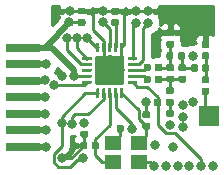
<source format=gbr>
G04 #@! TF.GenerationSoftware,KiCad,Pcbnew,(5.1.2)-1*
G04 #@! TF.CreationDate,2020-11-19T11:24:46+01:00*
G04 #@! TF.ProjectId,HB-ES-PMSwX-Pl_GosoundSP111,48422d45-532d-4504-9d53-77582d506c5f,rev?*
G04 #@! TF.SameCoordinates,Original*
G04 #@! TF.FileFunction,Copper,L1,Top*
G04 #@! TF.FilePolarity,Positive*
%FSLAX46Y46*%
G04 Gerber Fmt 4.6, Leading zero omitted, Abs format (unit mm)*
G04 Created by KiCad (PCBNEW (5.1.2)-1) date 2020-11-19 11:24:46*
%MOMM*%
%LPD*%
G04 APERTURE LIST*
%ADD10R,3.000000X0.700000*%
%ADD11C,0.100000*%
%ADD12C,0.250000*%
%ADD13C,2.500000*%
%ADD14C,0.590000*%
%ADD15R,1.400000X1.150000*%
%ADD16R,1.700000X1.700000*%
%ADD17C,0.800000*%
%ADD18C,0.250000*%
%ADD19C,0.500000*%
%ADD20C,0.254000*%
G04 APERTURE END LIST*
D10*
X110909100Y-66560000D03*
X110909100Y-67960000D03*
X110909100Y-65160000D03*
X110909100Y-63760000D03*
X110909100Y-62360000D03*
X110909100Y-60960000D03*
X110909100Y-69360000D03*
D11*
G36*
X117305626Y-60540701D02*
G01*
X117311693Y-60541601D01*
X117317643Y-60543091D01*
X117323418Y-60545158D01*
X117328962Y-60547780D01*
X117334223Y-60550933D01*
X117339150Y-60554587D01*
X117343694Y-60558706D01*
X117347813Y-60563250D01*
X117351467Y-60568177D01*
X117354620Y-60573438D01*
X117357242Y-60578982D01*
X117359309Y-60584757D01*
X117360799Y-60590707D01*
X117361699Y-60596774D01*
X117362000Y-60602900D01*
X117362000Y-61302900D01*
X117361699Y-61309026D01*
X117360799Y-61315093D01*
X117359309Y-61321043D01*
X117357242Y-61326818D01*
X117354620Y-61332362D01*
X117351467Y-61337623D01*
X117347813Y-61342550D01*
X117343694Y-61347094D01*
X117339150Y-61351213D01*
X117334223Y-61354867D01*
X117328962Y-61358020D01*
X117323418Y-61360642D01*
X117317643Y-61362709D01*
X117311693Y-61364199D01*
X117305626Y-61365099D01*
X117299500Y-61365400D01*
X117174500Y-61365400D01*
X117168374Y-61365099D01*
X117162307Y-61364199D01*
X117156357Y-61362709D01*
X117150582Y-61360642D01*
X117145038Y-61358020D01*
X117139777Y-61354867D01*
X117134850Y-61351213D01*
X117130306Y-61347094D01*
X117126187Y-61342550D01*
X117122533Y-61337623D01*
X117119380Y-61332362D01*
X117116758Y-61326818D01*
X117114691Y-61321043D01*
X117113201Y-61315093D01*
X117112301Y-61309026D01*
X117112000Y-61302900D01*
X117112000Y-60602900D01*
X117112301Y-60596774D01*
X117113201Y-60590707D01*
X117114691Y-60584757D01*
X117116758Y-60578982D01*
X117119380Y-60573438D01*
X117122533Y-60568177D01*
X117126187Y-60563250D01*
X117130306Y-60558706D01*
X117134850Y-60554587D01*
X117139777Y-60550933D01*
X117145038Y-60547780D01*
X117150582Y-60545158D01*
X117156357Y-60543091D01*
X117162307Y-60541601D01*
X117168374Y-60540701D01*
X117174500Y-60540400D01*
X117299500Y-60540400D01*
X117305626Y-60540701D01*
X117305626Y-60540701D01*
G37*
D12*
X117237000Y-60952900D03*
D11*
G36*
X117805626Y-60540701D02*
G01*
X117811693Y-60541601D01*
X117817643Y-60543091D01*
X117823418Y-60545158D01*
X117828962Y-60547780D01*
X117834223Y-60550933D01*
X117839150Y-60554587D01*
X117843694Y-60558706D01*
X117847813Y-60563250D01*
X117851467Y-60568177D01*
X117854620Y-60573438D01*
X117857242Y-60578982D01*
X117859309Y-60584757D01*
X117860799Y-60590707D01*
X117861699Y-60596774D01*
X117862000Y-60602900D01*
X117862000Y-61302900D01*
X117861699Y-61309026D01*
X117860799Y-61315093D01*
X117859309Y-61321043D01*
X117857242Y-61326818D01*
X117854620Y-61332362D01*
X117851467Y-61337623D01*
X117847813Y-61342550D01*
X117843694Y-61347094D01*
X117839150Y-61351213D01*
X117834223Y-61354867D01*
X117828962Y-61358020D01*
X117823418Y-61360642D01*
X117817643Y-61362709D01*
X117811693Y-61364199D01*
X117805626Y-61365099D01*
X117799500Y-61365400D01*
X117674500Y-61365400D01*
X117668374Y-61365099D01*
X117662307Y-61364199D01*
X117656357Y-61362709D01*
X117650582Y-61360642D01*
X117645038Y-61358020D01*
X117639777Y-61354867D01*
X117634850Y-61351213D01*
X117630306Y-61347094D01*
X117626187Y-61342550D01*
X117622533Y-61337623D01*
X117619380Y-61332362D01*
X117616758Y-61326818D01*
X117614691Y-61321043D01*
X117613201Y-61315093D01*
X117612301Y-61309026D01*
X117612000Y-61302900D01*
X117612000Y-60602900D01*
X117612301Y-60596774D01*
X117613201Y-60590707D01*
X117614691Y-60584757D01*
X117616758Y-60578982D01*
X117619380Y-60573438D01*
X117622533Y-60568177D01*
X117626187Y-60563250D01*
X117630306Y-60558706D01*
X117634850Y-60554587D01*
X117639777Y-60550933D01*
X117645038Y-60547780D01*
X117650582Y-60545158D01*
X117656357Y-60543091D01*
X117662307Y-60541601D01*
X117668374Y-60540701D01*
X117674500Y-60540400D01*
X117799500Y-60540400D01*
X117805626Y-60540701D01*
X117805626Y-60540701D01*
G37*
D12*
X117737000Y-60952900D03*
D11*
G36*
X118305626Y-60540701D02*
G01*
X118311693Y-60541601D01*
X118317643Y-60543091D01*
X118323418Y-60545158D01*
X118328962Y-60547780D01*
X118334223Y-60550933D01*
X118339150Y-60554587D01*
X118343694Y-60558706D01*
X118347813Y-60563250D01*
X118351467Y-60568177D01*
X118354620Y-60573438D01*
X118357242Y-60578982D01*
X118359309Y-60584757D01*
X118360799Y-60590707D01*
X118361699Y-60596774D01*
X118362000Y-60602900D01*
X118362000Y-61302900D01*
X118361699Y-61309026D01*
X118360799Y-61315093D01*
X118359309Y-61321043D01*
X118357242Y-61326818D01*
X118354620Y-61332362D01*
X118351467Y-61337623D01*
X118347813Y-61342550D01*
X118343694Y-61347094D01*
X118339150Y-61351213D01*
X118334223Y-61354867D01*
X118328962Y-61358020D01*
X118323418Y-61360642D01*
X118317643Y-61362709D01*
X118311693Y-61364199D01*
X118305626Y-61365099D01*
X118299500Y-61365400D01*
X118174500Y-61365400D01*
X118168374Y-61365099D01*
X118162307Y-61364199D01*
X118156357Y-61362709D01*
X118150582Y-61360642D01*
X118145038Y-61358020D01*
X118139777Y-61354867D01*
X118134850Y-61351213D01*
X118130306Y-61347094D01*
X118126187Y-61342550D01*
X118122533Y-61337623D01*
X118119380Y-61332362D01*
X118116758Y-61326818D01*
X118114691Y-61321043D01*
X118113201Y-61315093D01*
X118112301Y-61309026D01*
X118112000Y-61302900D01*
X118112000Y-60602900D01*
X118112301Y-60596774D01*
X118113201Y-60590707D01*
X118114691Y-60584757D01*
X118116758Y-60578982D01*
X118119380Y-60573438D01*
X118122533Y-60568177D01*
X118126187Y-60563250D01*
X118130306Y-60558706D01*
X118134850Y-60554587D01*
X118139777Y-60550933D01*
X118145038Y-60547780D01*
X118150582Y-60545158D01*
X118156357Y-60543091D01*
X118162307Y-60541601D01*
X118168374Y-60540701D01*
X118174500Y-60540400D01*
X118299500Y-60540400D01*
X118305626Y-60540701D01*
X118305626Y-60540701D01*
G37*
D12*
X118237000Y-60952900D03*
D11*
G36*
X118805626Y-60540701D02*
G01*
X118811693Y-60541601D01*
X118817643Y-60543091D01*
X118823418Y-60545158D01*
X118828962Y-60547780D01*
X118834223Y-60550933D01*
X118839150Y-60554587D01*
X118843694Y-60558706D01*
X118847813Y-60563250D01*
X118851467Y-60568177D01*
X118854620Y-60573438D01*
X118857242Y-60578982D01*
X118859309Y-60584757D01*
X118860799Y-60590707D01*
X118861699Y-60596774D01*
X118862000Y-60602900D01*
X118862000Y-61302900D01*
X118861699Y-61309026D01*
X118860799Y-61315093D01*
X118859309Y-61321043D01*
X118857242Y-61326818D01*
X118854620Y-61332362D01*
X118851467Y-61337623D01*
X118847813Y-61342550D01*
X118843694Y-61347094D01*
X118839150Y-61351213D01*
X118834223Y-61354867D01*
X118828962Y-61358020D01*
X118823418Y-61360642D01*
X118817643Y-61362709D01*
X118811693Y-61364199D01*
X118805626Y-61365099D01*
X118799500Y-61365400D01*
X118674500Y-61365400D01*
X118668374Y-61365099D01*
X118662307Y-61364199D01*
X118656357Y-61362709D01*
X118650582Y-61360642D01*
X118645038Y-61358020D01*
X118639777Y-61354867D01*
X118634850Y-61351213D01*
X118630306Y-61347094D01*
X118626187Y-61342550D01*
X118622533Y-61337623D01*
X118619380Y-61332362D01*
X118616758Y-61326818D01*
X118614691Y-61321043D01*
X118613201Y-61315093D01*
X118612301Y-61309026D01*
X118612000Y-61302900D01*
X118612000Y-60602900D01*
X118612301Y-60596774D01*
X118613201Y-60590707D01*
X118614691Y-60584757D01*
X118616758Y-60578982D01*
X118619380Y-60573438D01*
X118622533Y-60568177D01*
X118626187Y-60563250D01*
X118630306Y-60558706D01*
X118634850Y-60554587D01*
X118639777Y-60550933D01*
X118645038Y-60547780D01*
X118650582Y-60545158D01*
X118656357Y-60543091D01*
X118662307Y-60541601D01*
X118668374Y-60540701D01*
X118674500Y-60540400D01*
X118799500Y-60540400D01*
X118805626Y-60540701D01*
X118805626Y-60540701D01*
G37*
D12*
X118737000Y-60952900D03*
D11*
G36*
X119305626Y-60540701D02*
G01*
X119311693Y-60541601D01*
X119317643Y-60543091D01*
X119323418Y-60545158D01*
X119328962Y-60547780D01*
X119334223Y-60550933D01*
X119339150Y-60554587D01*
X119343694Y-60558706D01*
X119347813Y-60563250D01*
X119351467Y-60568177D01*
X119354620Y-60573438D01*
X119357242Y-60578982D01*
X119359309Y-60584757D01*
X119360799Y-60590707D01*
X119361699Y-60596774D01*
X119362000Y-60602900D01*
X119362000Y-61302900D01*
X119361699Y-61309026D01*
X119360799Y-61315093D01*
X119359309Y-61321043D01*
X119357242Y-61326818D01*
X119354620Y-61332362D01*
X119351467Y-61337623D01*
X119347813Y-61342550D01*
X119343694Y-61347094D01*
X119339150Y-61351213D01*
X119334223Y-61354867D01*
X119328962Y-61358020D01*
X119323418Y-61360642D01*
X119317643Y-61362709D01*
X119311693Y-61364199D01*
X119305626Y-61365099D01*
X119299500Y-61365400D01*
X119174500Y-61365400D01*
X119168374Y-61365099D01*
X119162307Y-61364199D01*
X119156357Y-61362709D01*
X119150582Y-61360642D01*
X119145038Y-61358020D01*
X119139777Y-61354867D01*
X119134850Y-61351213D01*
X119130306Y-61347094D01*
X119126187Y-61342550D01*
X119122533Y-61337623D01*
X119119380Y-61332362D01*
X119116758Y-61326818D01*
X119114691Y-61321043D01*
X119113201Y-61315093D01*
X119112301Y-61309026D01*
X119112000Y-61302900D01*
X119112000Y-60602900D01*
X119112301Y-60596774D01*
X119113201Y-60590707D01*
X119114691Y-60584757D01*
X119116758Y-60578982D01*
X119119380Y-60573438D01*
X119122533Y-60568177D01*
X119126187Y-60563250D01*
X119130306Y-60558706D01*
X119134850Y-60554587D01*
X119139777Y-60550933D01*
X119145038Y-60547780D01*
X119150582Y-60545158D01*
X119156357Y-60543091D01*
X119162307Y-60541601D01*
X119168374Y-60540701D01*
X119174500Y-60540400D01*
X119299500Y-60540400D01*
X119305626Y-60540701D01*
X119305626Y-60540701D01*
G37*
D12*
X119237000Y-60952900D03*
D11*
G36*
X120530626Y-61765701D02*
G01*
X120536693Y-61766601D01*
X120542643Y-61768091D01*
X120548418Y-61770158D01*
X120553962Y-61772780D01*
X120559223Y-61775933D01*
X120564150Y-61779587D01*
X120568694Y-61783706D01*
X120572813Y-61788250D01*
X120576467Y-61793177D01*
X120579620Y-61798438D01*
X120582242Y-61803982D01*
X120584309Y-61809757D01*
X120585799Y-61815707D01*
X120586699Y-61821774D01*
X120587000Y-61827900D01*
X120587000Y-61952900D01*
X120586699Y-61959026D01*
X120585799Y-61965093D01*
X120584309Y-61971043D01*
X120582242Y-61976818D01*
X120579620Y-61982362D01*
X120576467Y-61987623D01*
X120572813Y-61992550D01*
X120568694Y-61997094D01*
X120564150Y-62001213D01*
X120559223Y-62004867D01*
X120553962Y-62008020D01*
X120548418Y-62010642D01*
X120542643Y-62012709D01*
X120536693Y-62014199D01*
X120530626Y-62015099D01*
X120524500Y-62015400D01*
X119824500Y-62015400D01*
X119818374Y-62015099D01*
X119812307Y-62014199D01*
X119806357Y-62012709D01*
X119800582Y-62010642D01*
X119795038Y-62008020D01*
X119789777Y-62004867D01*
X119784850Y-62001213D01*
X119780306Y-61997094D01*
X119776187Y-61992550D01*
X119772533Y-61987623D01*
X119769380Y-61982362D01*
X119766758Y-61976818D01*
X119764691Y-61971043D01*
X119763201Y-61965093D01*
X119762301Y-61959026D01*
X119762000Y-61952900D01*
X119762000Y-61827900D01*
X119762301Y-61821774D01*
X119763201Y-61815707D01*
X119764691Y-61809757D01*
X119766758Y-61803982D01*
X119769380Y-61798438D01*
X119772533Y-61793177D01*
X119776187Y-61788250D01*
X119780306Y-61783706D01*
X119784850Y-61779587D01*
X119789777Y-61775933D01*
X119795038Y-61772780D01*
X119800582Y-61770158D01*
X119806357Y-61768091D01*
X119812307Y-61766601D01*
X119818374Y-61765701D01*
X119824500Y-61765400D01*
X120524500Y-61765400D01*
X120530626Y-61765701D01*
X120530626Y-61765701D01*
G37*
D12*
X120174500Y-61890400D03*
D11*
G36*
X120530626Y-62265701D02*
G01*
X120536693Y-62266601D01*
X120542643Y-62268091D01*
X120548418Y-62270158D01*
X120553962Y-62272780D01*
X120559223Y-62275933D01*
X120564150Y-62279587D01*
X120568694Y-62283706D01*
X120572813Y-62288250D01*
X120576467Y-62293177D01*
X120579620Y-62298438D01*
X120582242Y-62303982D01*
X120584309Y-62309757D01*
X120585799Y-62315707D01*
X120586699Y-62321774D01*
X120587000Y-62327900D01*
X120587000Y-62452900D01*
X120586699Y-62459026D01*
X120585799Y-62465093D01*
X120584309Y-62471043D01*
X120582242Y-62476818D01*
X120579620Y-62482362D01*
X120576467Y-62487623D01*
X120572813Y-62492550D01*
X120568694Y-62497094D01*
X120564150Y-62501213D01*
X120559223Y-62504867D01*
X120553962Y-62508020D01*
X120548418Y-62510642D01*
X120542643Y-62512709D01*
X120536693Y-62514199D01*
X120530626Y-62515099D01*
X120524500Y-62515400D01*
X119824500Y-62515400D01*
X119818374Y-62515099D01*
X119812307Y-62514199D01*
X119806357Y-62512709D01*
X119800582Y-62510642D01*
X119795038Y-62508020D01*
X119789777Y-62504867D01*
X119784850Y-62501213D01*
X119780306Y-62497094D01*
X119776187Y-62492550D01*
X119772533Y-62487623D01*
X119769380Y-62482362D01*
X119766758Y-62476818D01*
X119764691Y-62471043D01*
X119763201Y-62465093D01*
X119762301Y-62459026D01*
X119762000Y-62452900D01*
X119762000Y-62327900D01*
X119762301Y-62321774D01*
X119763201Y-62315707D01*
X119764691Y-62309757D01*
X119766758Y-62303982D01*
X119769380Y-62298438D01*
X119772533Y-62293177D01*
X119776187Y-62288250D01*
X119780306Y-62283706D01*
X119784850Y-62279587D01*
X119789777Y-62275933D01*
X119795038Y-62272780D01*
X119800582Y-62270158D01*
X119806357Y-62268091D01*
X119812307Y-62266601D01*
X119818374Y-62265701D01*
X119824500Y-62265400D01*
X120524500Y-62265400D01*
X120530626Y-62265701D01*
X120530626Y-62265701D01*
G37*
D12*
X120174500Y-62390400D03*
D11*
G36*
X120530626Y-62765701D02*
G01*
X120536693Y-62766601D01*
X120542643Y-62768091D01*
X120548418Y-62770158D01*
X120553962Y-62772780D01*
X120559223Y-62775933D01*
X120564150Y-62779587D01*
X120568694Y-62783706D01*
X120572813Y-62788250D01*
X120576467Y-62793177D01*
X120579620Y-62798438D01*
X120582242Y-62803982D01*
X120584309Y-62809757D01*
X120585799Y-62815707D01*
X120586699Y-62821774D01*
X120587000Y-62827900D01*
X120587000Y-62952900D01*
X120586699Y-62959026D01*
X120585799Y-62965093D01*
X120584309Y-62971043D01*
X120582242Y-62976818D01*
X120579620Y-62982362D01*
X120576467Y-62987623D01*
X120572813Y-62992550D01*
X120568694Y-62997094D01*
X120564150Y-63001213D01*
X120559223Y-63004867D01*
X120553962Y-63008020D01*
X120548418Y-63010642D01*
X120542643Y-63012709D01*
X120536693Y-63014199D01*
X120530626Y-63015099D01*
X120524500Y-63015400D01*
X119824500Y-63015400D01*
X119818374Y-63015099D01*
X119812307Y-63014199D01*
X119806357Y-63012709D01*
X119800582Y-63010642D01*
X119795038Y-63008020D01*
X119789777Y-63004867D01*
X119784850Y-63001213D01*
X119780306Y-62997094D01*
X119776187Y-62992550D01*
X119772533Y-62987623D01*
X119769380Y-62982362D01*
X119766758Y-62976818D01*
X119764691Y-62971043D01*
X119763201Y-62965093D01*
X119762301Y-62959026D01*
X119762000Y-62952900D01*
X119762000Y-62827900D01*
X119762301Y-62821774D01*
X119763201Y-62815707D01*
X119764691Y-62809757D01*
X119766758Y-62803982D01*
X119769380Y-62798438D01*
X119772533Y-62793177D01*
X119776187Y-62788250D01*
X119780306Y-62783706D01*
X119784850Y-62779587D01*
X119789777Y-62775933D01*
X119795038Y-62772780D01*
X119800582Y-62770158D01*
X119806357Y-62768091D01*
X119812307Y-62766601D01*
X119818374Y-62765701D01*
X119824500Y-62765400D01*
X120524500Y-62765400D01*
X120530626Y-62765701D01*
X120530626Y-62765701D01*
G37*
D12*
X120174500Y-62890400D03*
D11*
G36*
X120530626Y-63265701D02*
G01*
X120536693Y-63266601D01*
X120542643Y-63268091D01*
X120548418Y-63270158D01*
X120553962Y-63272780D01*
X120559223Y-63275933D01*
X120564150Y-63279587D01*
X120568694Y-63283706D01*
X120572813Y-63288250D01*
X120576467Y-63293177D01*
X120579620Y-63298438D01*
X120582242Y-63303982D01*
X120584309Y-63309757D01*
X120585799Y-63315707D01*
X120586699Y-63321774D01*
X120587000Y-63327900D01*
X120587000Y-63452900D01*
X120586699Y-63459026D01*
X120585799Y-63465093D01*
X120584309Y-63471043D01*
X120582242Y-63476818D01*
X120579620Y-63482362D01*
X120576467Y-63487623D01*
X120572813Y-63492550D01*
X120568694Y-63497094D01*
X120564150Y-63501213D01*
X120559223Y-63504867D01*
X120553962Y-63508020D01*
X120548418Y-63510642D01*
X120542643Y-63512709D01*
X120536693Y-63514199D01*
X120530626Y-63515099D01*
X120524500Y-63515400D01*
X119824500Y-63515400D01*
X119818374Y-63515099D01*
X119812307Y-63514199D01*
X119806357Y-63512709D01*
X119800582Y-63510642D01*
X119795038Y-63508020D01*
X119789777Y-63504867D01*
X119784850Y-63501213D01*
X119780306Y-63497094D01*
X119776187Y-63492550D01*
X119772533Y-63487623D01*
X119769380Y-63482362D01*
X119766758Y-63476818D01*
X119764691Y-63471043D01*
X119763201Y-63465093D01*
X119762301Y-63459026D01*
X119762000Y-63452900D01*
X119762000Y-63327900D01*
X119762301Y-63321774D01*
X119763201Y-63315707D01*
X119764691Y-63309757D01*
X119766758Y-63303982D01*
X119769380Y-63298438D01*
X119772533Y-63293177D01*
X119776187Y-63288250D01*
X119780306Y-63283706D01*
X119784850Y-63279587D01*
X119789777Y-63275933D01*
X119795038Y-63272780D01*
X119800582Y-63270158D01*
X119806357Y-63268091D01*
X119812307Y-63266601D01*
X119818374Y-63265701D01*
X119824500Y-63265400D01*
X120524500Y-63265400D01*
X120530626Y-63265701D01*
X120530626Y-63265701D01*
G37*
D12*
X120174500Y-63390400D03*
D11*
G36*
X120530626Y-63765701D02*
G01*
X120536693Y-63766601D01*
X120542643Y-63768091D01*
X120548418Y-63770158D01*
X120553962Y-63772780D01*
X120559223Y-63775933D01*
X120564150Y-63779587D01*
X120568694Y-63783706D01*
X120572813Y-63788250D01*
X120576467Y-63793177D01*
X120579620Y-63798438D01*
X120582242Y-63803982D01*
X120584309Y-63809757D01*
X120585799Y-63815707D01*
X120586699Y-63821774D01*
X120587000Y-63827900D01*
X120587000Y-63952900D01*
X120586699Y-63959026D01*
X120585799Y-63965093D01*
X120584309Y-63971043D01*
X120582242Y-63976818D01*
X120579620Y-63982362D01*
X120576467Y-63987623D01*
X120572813Y-63992550D01*
X120568694Y-63997094D01*
X120564150Y-64001213D01*
X120559223Y-64004867D01*
X120553962Y-64008020D01*
X120548418Y-64010642D01*
X120542643Y-64012709D01*
X120536693Y-64014199D01*
X120530626Y-64015099D01*
X120524500Y-64015400D01*
X119824500Y-64015400D01*
X119818374Y-64015099D01*
X119812307Y-64014199D01*
X119806357Y-64012709D01*
X119800582Y-64010642D01*
X119795038Y-64008020D01*
X119789777Y-64004867D01*
X119784850Y-64001213D01*
X119780306Y-63997094D01*
X119776187Y-63992550D01*
X119772533Y-63987623D01*
X119769380Y-63982362D01*
X119766758Y-63976818D01*
X119764691Y-63971043D01*
X119763201Y-63965093D01*
X119762301Y-63959026D01*
X119762000Y-63952900D01*
X119762000Y-63827900D01*
X119762301Y-63821774D01*
X119763201Y-63815707D01*
X119764691Y-63809757D01*
X119766758Y-63803982D01*
X119769380Y-63798438D01*
X119772533Y-63793177D01*
X119776187Y-63788250D01*
X119780306Y-63783706D01*
X119784850Y-63779587D01*
X119789777Y-63775933D01*
X119795038Y-63772780D01*
X119800582Y-63770158D01*
X119806357Y-63768091D01*
X119812307Y-63766601D01*
X119818374Y-63765701D01*
X119824500Y-63765400D01*
X120524500Y-63765400D01*
X120530626Y-63765701D01*
X120530626Y-63765701D01*
G37*
D12*
X120174500Y-63890400D03*
D11*
G36*
X119305626Y-64415701D02*
G01*
X119311693Y-64416601D01*
X119317643Y-64418091D01*
X119323418Y-64420158D01*
X119328962Y-64422780D01*
X119334223Y-64425933D01*
X119339150Y-64429587D01*
X119343694Y-64433706D01*
X119347813Y-64438250D01*
X119351467Y-64443177D01*
X119354620Y-64448438D01*
X119357242Y-64453982D01*
X119359309Y-64459757D01*
X119360799Y-64465707D01*
X119361699Y-64471774D01*
X119362000Y-64477900D01*
X119362000Y-65177900D01*
X119361699Y-65184026D01*
X119360799Y-65190093D01*
X119359309Y-65196043D01*
X119357242Y-65201818D01*
X119354620Y-65207362D01*
X119351467Y-65212623D01*
X119347813Y-65217550D01*
X119343694Y-65222094D01*
X119339150Y-65226213D01*
X119334223Y-65229867D01*
X119328962Y-65233020D01*
X119323418Y-65235642D01*
X119317643Y-65237709D01*
X119311693Y-65239199D01*
X119305626Y-65240099D01*
X119299500Y-65240400D01*
X119174500Y-65240400D01*
X119168374Y-65240099D01*
X119162307Y-65239199D01*
X119156357Y-65237709D01*
X119150582Y-65235642D01*
X119145038Y-65233020D01*
X119139777Y-65229867D01*
X119134850Y-65226213D01*
X119130306Y-65222094D01*
X119126187Y-65217550D01*
X119122533Y-65212623D01*
X119119380Y-65207362D01*
X119116758Y-65201818D01*
X119114691Y-65196043D01*
X119113201Y-65190093D01*
X119112301Y-65184026D01*
X119112000Y-65177900D01*
X119112000Y-64477900D01*
X119112301Y-64471774D01*
X119113201Y-64465707D01*
X119114691Y-64459757D01*
X119116758Y-64453982D01*
X119119380Y-64448438D01*
X119122533Y-64443177D01*
X119126187Y-64438250D01*
X119130306Y-64433706D01*
X119134850Y-64429587D01*
X119139777Y-64425933D01*
X119145038Y-64422780D01*
X119150582Y-64420158D01*
X119156357Y-64418091D01*
X119162307Y-64416601D01*
X119168374Y-64415701D01*
X119174500Y-64415400D01*
X119299500Y-64415400D01*
X119305626Y-64415701D01*
X119305626Y-64415701D01*
G37*
D12*
X119237000Y-64827900D03*
D11*
G36*
X118805626Y-64415701D02*
G01*
X118811693Y-64416601D01*
X118817643Y-64418091D01*
X118823418Y-64420158D01*
X118828962Y-64422780D01*
X118834223Y-64425933D01*
X118839150Y-64429587D01*
X118843694Y-64433706D01*
X118847813Y-64438250D01*
X118851467Y-64443177D01*
X118854620Y-64448438D01*
X118857242Y-64453982D01*
X118859309Y-64459757D01*
X118860799Y-64465707D01*
X118861699Y-64471774D01*
X118862000Y-64477900D01*
X118862000Y-65177900D01*
X118861699Y-65184026D01*
X118860799Y-65190093D01*
X118859309Y-65196043D01*
X118857242Y-65201818D01*
X118854620Y-65207362D01*
X118851467Y-65212623D01*
X118847813Y-65217550D01*
X118843694Y-65222094D01*
X118839150Y-65226213D01*
X118834223Y-65229867D01*
X118828962Y-65233020D01*
X118823418Y-65235642D01*
X118817643Y-65237709D01*
X118811693Y-65239199D01*
X118805626Y-65240099D01*
X118799500Y-65240400D01*
X118674500Y-65240400D01*
X118668374Y-65240099D01*
X118662307Y-65239199D01*
X118656357Y-65237709D01*
X118650582Y-65235642D01*
X118645038Y-65233020D01*
X118639777Y-65229867D01*
X118634850Y-65226213D01*
X118630306Y-65222094D01*
X118626187Y-65217550D01*
X118622533Y-65212623D01*
X118619380Y-65207362D01*
X118616758Y-65201818D01*
X118614691Y-65196043D01*
X118613201Y-65190093D01*
X118612301Y-65184026D01*
X118612000Y-65177900D01*
X118612000Y-64477900D01*
X118612301Y-64471774D01*
X118613201Y-64465707D01*
X118614691Y-64459757D01*
X118616758Y-64453982D01*
X118619380Y-64448438D01*
X118622533Y-64443177D01*
X118626187Y-64438250D01*
X118630306Y-64433706D01*
X118634850Y-64429587D01*
X118639777Y-64425933D01*
X118645038Y-64422780D01*
X118650582Y-64420158D01*
X118656357Y-64418091D01*
X118662307Y-64416601D01*
X118668374Y-64415701D01*
X118674500Y-64415400D01*
X118799500Y-64415400D01*
X118805626Y-64415701D01*
X118805626Y-64415701D01*
G37*
D12*
X118737000Y-64827900D03*
D11*
G36*
X118305626Y-64415701D02*
G01*
X118311693Y-64416601D01*
X118317643Y-64418091D01*
X118323418Y-64420158D01*
X118328962Y-64422780D01*
X118334223Y-64425933D01*
X118339150Y-64429587D01*
X118343694Y-64433706D01*
X118347813Y-64438250D01*
X118351467Y-64443177D01*
X118354620Y-64448438D01*
X118357242Y-64453982D01*
X118359309Y-64459757D01*
X118360799Y-64465707D01*
X118361699Y-64471774D01*
X118362000Y-64477900D01*
X118362000Y-65177900D01*
X118361699Y-65184026D01*
X118360799Y-65190093D01*
X118359309Y-65196043D01*
X118357242Y-65201818D01*
X118354620Y-65207362D01*
X118351467Y-65212623D01*
X118347813Y-65217550D01*
X118343694Y-65222094D01*
X118339150Y-65226213D01*
X118334223Y-65229867D01*
X118328962Y-65233020D01*
X118323418Y-65235642D01*
X118317643Y-65237709D01*
X118311693Y-65239199D01*
X118305626Y-65240099D01*
X118299500Y-65240400D01*
X118174500Y-65240400D01*
X118168374Y-65240099D01*
X118162307Y-65239199D01*
X118156357Y-65237709D01*
X118150582Y-65235642D01*
X118145038Y-65233020D01*
X118139777Y-65229867D01*
X118134850Y-65226213D01*
X118130306Y-65222094D01*
X118126187Y-65217550D01*
X118122533Y-65212623D01*
X118119380Y-65207362D01*
X118116758Y-65201818D01*
X118114691Y-65196043D01*
X118113201Y-65190093D01*
X118112301Y-65184026D01*
X118112000Y-65177900D01*
X118112000Y-64477900D01*
X118112301Y-64471774D01*
X118113201Y-64465707D01*
X118114691Y-64459757D01*
X118116758Y-64453982D01*
X118119380Y-64448438D01*
X118122533Y-64443177D01*
X118126187Y-64438250D01*
X118130306Y-64433706D01*
X118134850Y-64429587D01*
X118139777Y-64425933D01*
X118145038Y-64422780D01*
X118150582Y-64420158D01*
X118156357Y-64418091D01*
X118162307Y-64416601D01*
X118168374Y-64415701D01*
X118174500Y-64415400D01*
X118299500Y-64415400D01*
X118305626Y-64415701D01*
X118305626Y-64415701D01*
G37*
D12*
X118237000Y-64827900D03*
D11*
G36*
X117805626Y-64415701D02*
G01*
X117811693Y-64416601D01*
X117817643Y-64418091D01*
X117823418Y-64420158D01*
X117828962Y-64422780D01*
X117834223Y-64425933D01*
X117839150Y-64429587D01*
X117843694Y-64433706D01*
X117847813Y-64438250D01*
X117851467Y-64443177D01*
X117854620Y-64448438D01*
X117857242Y-64453982D01*
X117859309Y-64459757D01*
X117860799Y-64465707D01*
X117861699Y-64471774D01*
X117862000Y-64477900D01*
X117862000Y-65177900D01*
X117861699Y-65184026D01*
X117860799Y-65190093D01*
X117859309Y-65196043D01*
X117857242Y-65201818D01*
X117854620Y-65207362D01*
X117851467Y-65212623D01*
X117847813Y-65217550D01*
X117843694Y-65222094D01*
X117839150Y-65226213D01*
X117834223Y-65229867D01*
X117828962Y-65233020D01*
X117823418Y-65235642D01*
X117817643Y-65237709D01*
X117811693Y-65239199D01*
X117805626Y-65240099D01*
X117799500Y-65240400D01*
X117674500Y-65240400D01*
X117668374Y-65240099D01*
X117662307Y-65239199D01*
X117656357Y-65237709D01*
X117650582Y-65235642D01*
X117645038Y-65233020D01*
X117639777Y-65229867D01*
X117634850Y-65226213D01*
X117630306Y-65222094D01*
X117626187Y-65217550D01*
X117622533Y-65212623D01*
X117619380Y-65207362D01*
X117616758Y-65201818D01*
X117614691Y-65196043D01*
X117613201Y-65190093D01*
X117612301Y-65184026D01*
X117612000Y-65177900D01*
X117612000Y-64477900D01*
X117612301Y-64471774D01*
X117613201Y-64465707D01*
X117614691Y-64459757D01*
X117616758Y-64453982D01*
X117619380Y-64448438D01*
X117622533Y-64443177D01*
X117626187Y-64438250D01*
X117630306Y-64433706D01*
X117634850Y-64429587D01*
X117639777Y-64425933D01*
X117645038Y-64422780D01*
X117650582Y-64420158D01*
X117656357Y-64418091D01*
X117662307Y-64416601D01*
X117668374Y-64415701D01*
X117674500Y-64415400D01*
X117799500Y-64415400D01*
X117805626Y-64415701D01*
X117805626Y-64415701D01*
G37*
D12*
X117737000Y-64827900D03*
D11*
G36*
X117305626Y-64415701D02*
G01*
X117311693Y-64416601D01*
X117317643Y-64418091D01*
X117323418Y-64420158D01*
X117328962Y-64422780D01*
X117334223Y-64425933D01*
X117339150Y-64429587D01*
X117343694Y-64433706D01*
X117347813Y-64438250D01*
X117351467Y-64443177D01*
X117354620Y-64448438D01*
X117357242Y-64453982D01*
X117359309Y-64459757D01*
X117360799Y-64465707D01*
X117361699Y-64471774D01*
X117362000Y-64477900D01*
X117362000Y-65177900D01*
X117361699Y-65184026D01*
X117360799Y-65190093D01*
X117359309Y-65196043D01*
X117357242Y-65201818D01*
X117354620Y-65207362D01*
X117351467Y-65212623D01*
X117347813Y-65217550D01*
X117343694Y-65222094D01*
X117339150Y-65226213D01*
X117334223Y-65229867D01*
X117328962Y-65233020D01*
X117323418Y-65235642D01*
X117317643Y-65237709D01*
X117311693Y-65239199D01*
X117305626Y-65240099D01*
X117299500Y-65240400D01*
X117174500Y-65240400D01*
X117168374Y-65240099D01*
X117162307Y-65239199D01*
X117156357Y-65237709D01*
X117150582Y-65235642D01*
X117145038Y-65233020D01*
X117139777Y-65229867D01*
X117134850Y-65226213D01*
X117130306Y-65222094D01*
X117126187Y-65217550D01*
X117122533Y-65212623D01*
X117119380Y-65207362D01*
X117116758Y-65201818D01*
X117114691Y-65196043D01*
X117113201Y-65190093D01*
X117112301Y-65184026D01*
X117112000Y-65177900D01*
X117112000Y-64477900D01*
X117112301Y-64471774D01*
X117113201Y-64465707D01*
X117114691Y-64459757D01*
X117116758Y-64453982D01*
X117119380Y-64448438D01*
X117122533Y-64443177D01*
X117126187Y-64438250D01*
X117130306Y-64433706D01*
X117134850Y-64429587D01*
X117139777Y-64425933D01*
X117145038Y-64422780D01*
X117150582Y-64420158D01*
X117156357Y-64418091D01*
X117162307Y-64416601D01*
X117168374Y-64415701D01*
X117174500Y-64415400D01*
X117299500Y-64415400D01*
X117305626Y-64415701D01*
X117305626Y-64415701D01*
G37*
D12*
X117237000Y-64827900D03*
D11*
G36*
X116655626Y-63765701D02*
G01*
X116661693Y-63766601D01*
X116667643Y-63768091D01*
X116673418Y-63770158D01*
X116678962Y-63772780D01*
X116684223Y-63775933D01*
X116689150Y-63779587D01*
X116693694Y-63783706D01*
X116697813Y-63788250D01*
X116701467Y-63793177D01*
X116704620Y-63798438D01*
X116707242Y-63803982D01*
X116709309Y-63809757D01*
X116710799Y-63815707D01*
X116711699Y-63821774D01*
X116712000Y-63827900D01*
X116712000Y-63952900D01*
X116711699Y-63959026D01*
X116710799Y-63965093D01*
X116709309Y-63971043D01*
X116707242Y-63976818D01*
X116704620Y-63982362D01*
X116701467Y-63987623D01*
X116697813Y-63992550D01*
X116693694Y-63997094D01*
X116689150Y-64001213D01*
X116684223Y-64004867D01*
X116678962Y-64008020D01*
X116673418Y-64010642D01*
X116667643Y-64012709D01*
X116661693Y-64014199D01*
X116655626Y-64015099D01*
X116649500Y-64015400D01*
X115949500Y-64015400D01*
X115943374Y-64015099D01*
X115937307Y-64014199D01*
X115931357Y-64012709D01*
X115925582Y-64010642D01*
X115920038Y-64008020D01*
X115914777Y-64004867D01*
X115909850Y-64001213D01*
X115905306Y-63997094D01*
X115901187Y-63992550D01*
X115897533Y-63987623D01*
X115894380Y-63982362D01*
X115891758Y-63976818D01*
X115889691Y-63971043D01*
X115888201Y-63965093D01*
X115887301Y-63959026D01*
X115887000Y-63952900D01*
X115887000Y-63827900D01*
X115887301Y-63821774D01*
X115888201Y-63815707D01*
X115889691Y-63809757D01*
X115891758Y-63803982D01*
X115894380Y-63798438D01*
X115897533Y-63793177D01*
X115901187Y-63788250D01*
X115905306Y-63783706D01*
X115909850Y-63779587D01*
X115914777Y-63775933D01*
X115920038Y-63772780D01*
X115925582Y-63770158D01*
X115931357Y-63768091D01*
X115937307Y-63766601D01*
X115943374Y-63765701D01*
X115949500Y-63765400D01*
X116649500Y-63765400D01*
X116655626Y-63765701D01*
X116655626Y-63765701D01*
G37*
D12*
X116299500Y-63890400D03*
D11*
G36*
X116655626Y-63265701D02*
G01*
X116661693Y-63266601D01*
X116667643Y-63268091D01*
X116673418Y-63270158D01*
X116678962Y-63272780D01*
X116684223Y-63275933D01*
X116689150Y-63279587D01*
X116693694Y-63283706D01*
X116697813Y-63288250D01*
X116701467Y-63293177D01*
X116704620Y-63298438D01*
X116707242Y-63303982D01*
X116709309Y-63309757D01*
X116710799Y-63315707D01*
X116711699Y-63321774D01*
X116712000Y-63327900D01*
X116712000Y-63452900D01*
X116711699Y-63459026D01*
X116710799Y-63465093D01*
X116709309Y-63471043D01*
X116707242Y-63476818D01*
X116704620Y-63482362D01*
X116701467Y-63487623D01*
X116697813Y-63492550D01*
X116693694Y-63497094D01*
X116689150Y-63501213D01*
X116684223Y-63504867D01*
X116678962Y-63508020D01*
X116673418Y-63510642D01*
X116667643Y-63512709D01*
X116661693Y-63514199D01*
X116655626Y-63515099D01*
X116649500Y-63515400D01*
X115949500Y-63515400D01*
X115943374Y-63515099D01*
X115937307Y-63514199D01*
X115931357Y-63512709D01*
X115925582Y-63510642D01*
X115920038Y-63508020D01*
X115914777Y-63504867D01*
X115909850Y-63501213D01*
X115905306Y-63497094D01*
X115901187Y-63492550D01*
X115897533Y-63487623D01*
X115894380Y-63482362D01*
X115891758Y-63476818D01*
X115889691Y-63471043D01*
X115888201Y-63465093D01*
X115887301Y-63459026D01*
X115887000Y-63452900D01*
X115887000Y-63327900D01*
X115887301Y-63321774D01*
X115888201Y-63315707D01*
X115889691Y-63309757D01*
X115891758Y-63303982D01*
X115894380Y-63298438D01*
X115897533Y-63293177D01*
X115901187Y-63288250D01*
X115905306Y-63283706D01*
X115909850Y-63279587D01*
X115914777Y-63275933D01*
X115920038Y-63272780D01*
X115925582Y-63270158D01*
X115931357Y-63268091D01*
X115937307Y-63266601D01*
X115943374Y-63265701D01*
X115949500Y-63265400D01*
X116649500Y-63265400D01*
X116655626Y-63265701D01*
X116655626Y-63265701D01*
G37*
D12*
X116299500Y-63390400D03*
D11*
G36*
X116655626Y-62765701D02*
G01*
X116661693Y-62766601D01*
X116667643Y-62768091D01*
X116673418Y-62770158D01*
X116678962Y-62772780D01*
X116684223Y-62775933D01*
X116689150Y-62779587D01*
X116693694Y-62783706D01*
X116697813Y-62788250D01*
X116701467Y-62793177D01*
X116704620Y-62798438D01*
X116707242Y-62803982D01*
X116709309Y-62809757D01*
X116710799Y-62815707D01*
X116711699Y-62821774D01*
X116712000Y-62827900D01*
X116712000Y-62952900D01*
X116711699Y-62959026D01*
X116710799Y-62965093D01*
X116709309Y-62971043D01*
X116707242Y-62976818D01*
X116704620Y-62982362D01*
X116701467Y-62987623D01*
X116697813Y-62992550D01*
X116693694Y-62997094D01*
X116689150Y-63001213D01*
X116684223Y-63004867D01*
X116678962Y-63008020D01*
X116673418Y-63010642D01*
X116667643Y-63012709D01*
X116661693Y-63014199D01*
X116655626Y-63015099D01*
X116649500Y-63015400D01*
X115949500Y-63015400D01*
X115943374Y-63015099D01*
X115937307Y-63014199D01*
X115931357Y-63012709D01*
X115925582Y-63010642D01*
X115920038Y-63008020D01*
X115914777Y-63004867D01*
X115909850Y-63001213D01*
X115905306Y-62997094D01*
X115901187Y-62992550D01*
X115897533Y-62987623D01*
X115894380Y-62982362D01*
X115891758Y-62976818D01*
X115889691Y-62971043D01*
X115888201Y-62965093D01*
X115887301Y-62959026D01*
X115887000Y-62952900D01*
X115887000Y-62827900D01*
X115887301Y-62821774D01*
X115888201Y-62815707D01*
X115889691Y-62809757D01*
X115891758Y-62803982D01*
X115894380Y-62798438D01*
X115897533Y-62793177D01*
X115901187Y-62788250D01*
X115905306Y-62783706D01*
X115909850Y-62779587D01*
X115914777Y-62775933D01*
X115920038Y-62772780D01*
X115925582Y-62770158D01*
X115931357Y-62768091D01*
X115937307Y-62766601D01*
X115943374Y-62765701D01*
X115949500Y-62765400D01*
X116649500Y-62765400D01*
X116655626Y-62765701D01*
X116655626Y-62765701D01*
G37*
D12*
X116299500Y-62890400D03*
D11*
G36*
X116655626Y-62265701D02*
G01*
X116661693Y-62266601D01*
X116667643Y-62268091D01*
X116673418Y-62270158D01*
X116678962Y-62272780D01*
X116684223Y-62275933D01*
X116689150Y-62279587D01*
X116693694Y-62283706D01*
X116697813Y-62288250D01*
X116701467Y-62293177D01*
X116704620Y-62298438D01*
X116707242Y-62303982D01*
X116709309Y-62309757D01*
X116710799Y-62315707D01*
X116711699Y-62321774D01*
X116712000Y-62327900D01*
X116712000Y-62452900D01*
X116711699Y-62459026D01*
X116710799Y-62465093D01*
X116709309Y-62471043D01*
X116707242Y-62476818D01*
X116704620Y-62482362D01*
X116701467Y-62487623D01*
X116697813Y-62492550D01*
X116693694Y-62497094D01*
X116689150Y-62501213D01*
X116684223Y-62504867D01*
X116678962Y-62508020D01*
X116673418Y-62510642D01*
X116667643Y-62512709D01*
X116661693Y-62514199D01*
X116655626Y-62515099D01*
X116649500Y-62515400D01*
X115949500Y-62515400D01*
X115943374Y-62515099D01*
X115937307Y-62514199D01*
X115931357Y-62512709D01*
X115925582Y-62510642D01*
X115920038Y-62508020D01*
X115914777Y-62504867D01*
X115909850Y-62501213D01*
X115905306Y-62497094D01*
X115901187Y-62492550D01*
X115897533Y-62487623D01*
X115894380Y-62482362D01*
X115891758Y-62476818D01*
X115889691Y-62471043D01*
X115888201Y-62465093D01*
X115887301Y-62459026D01*
X115887000Y-62452900D01*
X115887000Y-62327900D01*
X115887301Y-62321774D01*
X115888201Y-62315707D01*
X115889691Y-62309757D01*
X115891758Y-62303982D01*
X115894380Y-62298438D01*
X115897533Y-62293177D01*
X115901187Y-62288250D01*
X115905306Y-62283706D01*
X115909850Y-62279587D01*
X115914777Y-62275933D01*
X115920038Y-62272780D01*
X115925582Y-62270158D01*
X115931357Y-62268091D01*
X115937307Y-62266601D01*
X115943374Y-62265701D01*
X115949500Y-62265400D01*
X116649500Y-62265400D01*
X116655626Y-62265701D01*
X116655626Y-62265701D01*
G37*
D12*
X116299500Y-62390400D03*
D11*
G36*
X116655626Y-61765701D02*
G01*
X116661693Y-61766601D01*
X116667643Y-61768091D01*
X116673418Y-61770158D01*
X116678962Y-61772780D01*
X116684223Y-61775933D01*
X116689150Y-61779587D01*
X116693694Y-61783706D01*
X116697813Y-61788250D01*
X116701467Y-61793177D01*
X116704620Y-61798438D01*
X116707242Y-61803982D01*
X116709309Y-61809757D01*
X116710799Y-61815707D01*
X116711699Y-61821774D01*
X116712000Y-61827900D01*
X116712000Y-61952900D01*
X116711699Y-61959026D01*
X116710799Y-61965093D01*
X116709309Y-61971043D01*
X116707242Y-61976818D01*
X116704620Y-61982362D01*
X116701467Y-61987623D01*
X116697813Y-61992550D01*
X116693694Y-61997094D01*
X116689150Y-62001213D01*
X116684223Y-62004867D01*
X116678962Y-62008020D01*
X116673418Y-62010642D01*
X116667643Y-62012709D01*
X116661693Y-62014199D01*
X116655626Y-62015099D01*
X116649500Y-62015400D01*
X115949500Y-62015400D01*
X115943374Y-62015099D01*
X115937307Y-62014199D01*
X115931357Y-62012709D01*
X115925582Y-62010642D01*
X115920038Y-62008020D01*
X115914777Y-62004867D01*
X115909850Y-62001213D01*
X115905306Y-61997094D01*
X115901187Y-61992550D01*
X115897533Y-61987623D01*
X115894380Y-61982362D01*
X115891758Y-61976818D01*
X115889691Y-61971043D01*
X115888201Y-61965093D01*
X115887301Y-61959026D01*
X115887000Y-61952900D01*
X115887000Y-61827900D01*
X115887301Y-61821774D01*
X115888201Y-61815707D01*
X115889691Y-61809757D01*
X115891758Y-61803982D01*
X115894380Y-61798438D01*
X115897533Y-61793177D01*
X115901187Y-61788250D01*
X115905306Y-61783706D01*
X115909850Y-61779587D01*
X115914777Y-61775933D01*
X115920038Y-61772780D01*
X115925582Y-61770158D01*
X115931357Y-61768091D01*
X115937307Y-61766601D01*
X115943374Y-61765701D01*
X115949500Y-61765400D01*
X116649500Y-61765400D01*
X116655626Y-61765701D01*
X116655626Y-61765701D01*
G37*
D12*
X116299500Y-61890400D03*
D11*
G36*
X119261504Y-61641604D02*
G01*
X119285773Y-61645204D01*
X119309571Y-61651165D01*
X119332671Y-61659430D01*
X119354849Y-61669920D01*
X119375893Y-61682533D01*
X119395598Y-61697147D01*
X119413777Y-61713623D01*
X119430253Y-61731802D01*
X119444867Y-61751507D01*
X119457480Y-61772551D01*
X119467970Y-61794729D01*
X119476235Y-61817829D01*
X119482196Y-61841627D01*
X119485796Y-61865896D01*
X119487000Y-61890400D01*
X119487000Y-63890400D01*
X119485796Y-63914904D01*
X119482196Y-63939173D01*
X119476235Y-63962971D01*
X119467970Y-63986071D01*
X119457480Y-64008249D01*
X119444867Y-64029293D01*
X119430253Y-64048998D01*
X119413777Y-64067177D01*
X119395598Y-64083653D01*
X119375893Y-64098267D01*
X119354849Y-64110880D01*
X119332671Y-64121370D01*
X119309571Y-64129635D01*
X119285773Y-64135596D01*
X119261504Y-64139196D01*
X119237000Y-64140400D01*
X117237000Y-64140400D01*
X117212496Y-64139196D01*
X117188227Y-64135596D01*
X117164429Y-64129635D01*
X117141329Y-64121370D01*
X117119151Y-64110880D01*
X117098107Y-64098267D01*
X117078402Y-64083653D01*
X117060223Y-64067177D01*
X117043747Y-64048998D01*
X117029133Y-64029293D01*
X117016520Y-64008249D01*
X117006030Y-63986071D01*
X116997765Y-63962971D01*
X116991804Y-63939173D01*
X116988204Y-63914904D01*
X116987000Y-63890400D01*
X116987000Y-61890400D01*
X116988204Y-61865896D01*
X116991804Y-61841627D01*
X116997765Y-61817829D01*
X117006030Y-61794729D01*
X117016520Y-61772551D01*
X117029133Y-61751507D01*
X117043747Y-61731802D01*
X117060223Y-61713623D01*
X117078402Y-61697147D01*
X117098107Y-61682533D01*
X117119151Y-61669920D01*
X117141329Y-61659430D01*
X117164429Y-61651165D01*
X117188227Y-61645204D01*
X117212496Y-61641604D01*
X117237000Y-61640400D01*
X119237000Y-61640400D01*
X119261504Y-61641604D01*
X119261504Y-61641604D01*
G37*
D13*
X118237000Y-62890400D03*
D11*
G36*
X118881158Y-57579610D02*
G01*
X118895476Y-57581734D01*
X118909517Y-57585251D01*
X118923146Y-57590128D01*
X118936231Y-57596317D01*
X118948647Y-57603758D01*
X118960273Y-57612381D01*
X118970998Y-57622102D01*
X118980719Y-57632827D01*
X118989342Y-57644453D01*
X118996783Y-57656869D01*
X119002972Y-57669954D01*
X119007849Y-57683583D01*
X119011366Y-57697624D01*
X119013490Y-57711942D01*
X119014200Y-57726400D01*
X119014200Y-58021400D01*
X119013490Y-58035858D01*
X119011366Y-58050176D01*
X119007849Y-58064217D01*
X119002972Y-58077846D01*
X118996783Y-58090931D01*
X118989342Y-58103347D01*
X118980719Y-58114973D01*
X118970998Y-58125698D01*
X118960273Y-58135419D01*
X118948647Y-58144042D01*
X118936231Y-58151483D01*
X118923146Y-58157672D01*
X118909517Y-58162549D01*
X118895476Y-58166066D01*
X118881158Y-58168190D01*
X118866700Y-58168900D01*
X118521700Y-58168900D01*
X118507242Y-58168190D01*
X118492924Y-58166066D01*
X118478883Y-58162549D01*
X118465254Y-58157672D01*
X118452169Y-58151483D01*
X118439753Y-58144042D01*
X118428127Y-58135419D01*
X118417402Y-58125698D01*
X118407681Y-58114973D01*
X118399058Y-58103347D01*
X118391617Y-58090931D01*
X118385428Y-58077846D01*
X118380551Y-58064217D01*
X118377034Y-58050176D01*
X118374910Y-58035858D01*
X118374200Y-58021400D01*
X118374200Y-57726400D01*
X118374910Y-57711942D01*
X118377034Y-57697624D01*
X118380551Y-57683583D01*
X118385428Y-57669954D01*
X118391617Y-57656869D01*
X118399058Y-57644453D01*
X118407681Y-57632827D01*
X118417402Y-57622102D01*
X118428127Y-57612381D01*
X118439753Y-57603758D01*
X118452169Y-57596317D01*
X118465254Y-57590128D01*
X118478883Y-57585251D01*
X118492924Y-57581734D01*
X118507242Y-57579610D01*
X118521700Y-57578900D01*
X118866700Y-57578900D01*
X118881158Y-57579610D01*
X118881158Y-57579610D01*
G37*
D14*
X118694200Y-57873900D03*
D11*
G36*
X118881158Y-58549610D02*
G01*
X118895476Y-58551734D01*
X118909517Y-58555251D01*
X118923146Y-58560128D01*
X118936231Y-58566317D01*
X118948647Y-58573758D01*
X118960273Y-58582381D01*
X118970998Y-58592102D01*
X118980719Y-58602827D01*
X118989342Y-58614453D01*
X118996783Y-58626869D01*
X119002972Y-58639954D01*
X119007849Y-58653583D01*
X119011366Y-58667624D01*
X119013490Y-58681942D01*
X119014200Y-58696400D01*
X119014200Y-58991400D01*
X119013490Y-59005858D01*
X119011366Y-59020176D01*
X119007849Y-59034217D01*
X119002972Y-59047846D01*
X118996783Y-59060931D01*
X118989342Y-59073347D01*
X118980719Y-59084973D01*
X118970998Y-59095698D01*
X118960273Y-59105419D01*
X118948647Y-59114042D01*
X118936231Y-59121483D01*
X118923146Y-59127672D01*
X118909517Y-59132549D01*
X118895476Y-59136066D01*
X118881158Y-59138190D01*
X118866700Y-59138900D01*
X118521700Y-59138900D01*
X118507242Y-59138190D01*
X118492924Y-59136066D01*
X118478883Y-59132549D01*
X118465254Y-59127672D01*
X118452169Y-59121483D01*
X118439753Y-59114042D01*
X118428127Y-59105419D01*
X118417402Y-59095698D01*
X118407681Y-59084973D01*
X118399058Y-59073347D01*
X118391617Y-59060931D01*
X118385428Y-59047846D01*
X118380551Y-59034217D01*
X118377034Y-59020176D01*
X118374910Y-59005858D01*
X118374200Y-58991400D01*
X118374200Y-58696400D01*
X118374910Y-58681942D01*
X118377034Y-58667624D01*
X118380551Y-58653583D01*
X118385428Y-58639954D01*
X118391617Y-58626869D01*
X118399058Y-58614453D01*
X118407681Y-58602827D01*
X118417402Y-58592102D01*
X118428127Y-58582381D01*
X118439753Y-58573758D01*
X118452169Y-58566317D01*
X118465254Y-58560128D01*
X118478883Y-58555251D01*
X118492924Y-58551734D01*
X118507242Y-58549610D01*
X118521700Y-58548900D01*
X118866700Y-58548900D01*
X118881158Y-58549610D01*
X118881158Y-58549610D01*
G37*
D14*
X118694200Y-58843900D03*
D15*
X118551600Y-69062800D03*
X120751600Y-69062800D03*
X120751600Y-70662800D03*
X118551600Y-70662800D03*
D16*
X126669800Y-66776600D03*
D11*
G36*
X123504358Y-61351910D02*
G01*
X123518676Y-61354034D01*
X123532717Y-61357551D01*
X123546346Y-61362428D01*
X123559431Y-61368617D01*
X123571847Y-61376058D01*
X123583473Y-61384681D01*
X123594198Y-61394402D01*
X123603919Y-61405127D01*
X123612542Y-61416753D01*
X123619983Y-61429169D01*
X123626172Y-61442254D01*
X123631049Y-61455883D01*
X123634566Y-61469924D01*
X123636690Y-61484242D01*
X123637400Y-61498700D01*
X123637400Y-61843700D01*
X123636690Y-61858158D01*
X123634566Y-61872476D01*
X123631049Y-61886517D01*
X123626172Y-61900146D01*
X123619983Y-61913231D01*
X123612542Y-61925647D01*
X123603919Y-61937273D01*
X123594198Y-61947998D01*
X123583473Y-61957719D01*
X123571847Y-61966342D01*
X123559431Y-61973783D01*
X123546346Y-61979972D01*
X123532717Y-61984849D01*
X123518676Y-61988366D01*
X123504358Y-61990490D01*
X123489900Y-61991200D01*
X123194900Y-61991200D01*
X123180442Y-61990490D01*
X123166124Y-61988366D01*
X123152083Y-61984849D01*
X123138454Y-61979972D01*
X123125369Y-61973783D01*
X123112953Y-61966342D01*
X123101327Y-61957719D01*
X123090602Y-61947998D01*
X123080881Y-61937273D01*
X123072258Y-61925647D01*
X123064817Y-61913231D01*
X123058628Y-61900146D01*
X123053751Y-61886517D01*
X123050234Y-61872476D01*
X123048110Y-61858158D01*
X123047400Y-61843700D01*
X123047400Y-61498700D01*
X123048110Y-61484242D01*
X123050234Y-61469924D01*
X123053751Y-61455883D01*
X123058628Y-61442254D01*
X123064817Y-61429169D01*
X123072258Y-61416753D01*
X123080881Y-61405127D01*
X123090602Y-61394402D01*
X123101327Y-61384681D01*
X123112953Y-61376058D01*
X123125369Y-61368617D01*
X123138454Y-61362428D01*
X123152083Y-61357551D01*
X123166124Y-61354034D01*
X123180442Y-61351910D01*
X123194900Y-61351200D01*
X123489900Y-61351200D01*
X123504358Y-61351910D01*
X123504358Y-61351910D01*
G37*
D14*
X123342400Y-61671200D03*
D11*
G36*
X124474358Y-61351910D02*
G01*
X124488676Y-61354034D01*
X124502717Y-61357551D01*
X124516346Y-61362428D01*
X124529431Y-61368617D01*
X124541847Y-61376058D01*
X124553473Y-61384681D01*
X124564198Y-61394402D01*
X124573919Y-61405127D01*
X124582542Y-61416753D01*
X124589983Y-61429169D01*
X124596172Y-61442254D01*
X124601049Y-61455883D01*
X124604566Y-61469924D01*
X124606690Y-61484242D01*
X124607400Y-61498700D01*
X124607400Y-61843700D01*
X124606690Y-61858158D01*
X124604566Y-61872476D01*
X124601049Y-61886517D01*
X124596172Y-61900146D01*
X124589983Y-61913231D01*
X124582542Y-61925647D01*
X124573919Y-61937273D01*
X124564198Y-61947998D01*
X124553473Y-61957719D01*
X124541847Y-61966342D01*
X124529431Y-61973783D01*
X124516346Y-61979972D01*
X124502717Y-61984849D01*
X124488676Y-61988366D01*
X124474358Y-61990490D01*
X124459900Y-61991200D01*
X124164900Y-61991200D01*
X124150442Y-61990490D01*
X124136124Y-61988366D01*
X124122083Y-61984849D01*
X124108454Y-61979972D01*
X124095369Y-61973783D01*
X124082953Y-61966342D01*
X124071327Y-61957719D01*
X124060602Y-61947998D01*
X124050881Y-61937273D01*
X124042258Y-61925647D01*
X124034817Y-61913231D01*
X124028628Y-61900146D01*
X124023751Y-61886517D01*
X124020234Y-61872476D01*
X124018110Y-61858158D01*
X124017400Y-61843700D01*
X124017400Y-61498700D01*
X124018110Y-61484242D01*
X124020234Y-61469924D01*
X124023751Y-61455883D01*
X124028628Y-61442254D01*
X124034817Y-61429169D01*
X124042258Y-61416753D01*
X124050881Y-61405127D01*
X124060602Y-61394402D01*
X124071327Y-61384681D01*
X124082953Y-61376058D01*
X124095369Y-61368617D01*
X124108454Y-61362428D01*
X124122083Y-61357551D01*
X124136124Y-61354034D01*
X124150442Y-61351910D01*
X124164900Y-61351200D01*
X124459900Y-61351200D01*
X124474358Y-61351910D01*
X124474358Y-61351910D01*
G37*
D14*
X124312400Y-61671200D03*
D11*
G36*
X121573958Y-62342510D02*
G01*
X121588276Y-62344634D01*
X121602317Y-62348151D01*
X121615946Y-62353028D01*
X121629031Y-62359217D01*
X121641447Y-62366658D01*
X121653073Y-62375281D01*
X121663798Y-62385002D01*
X121673519Y-62395727D01*
X121682142Y-62407353D01*
X121689583Y-62419769D01*
X121695772Y-62432854D01*
X121700649Y-62446483D01*
X121704166Y-62460524D01*
X121706290Y-62474842D01*
X121707000Y-62489300D01*
X121707000Y-62834300D01*
X121706290Y-62848758D01*
X121704166Y-62863076D01*
X121700649Y-62877117D01*
X121695772Y-62890746D01*
X121689583Y-62903831D01*
X121682142Y-62916247D01*
X121673519Y-62927873D01*
X121663798Y-62938598D01*
X121653073Y-62948319D01*
X121641447Y-62956942D01*
X121629031Y-62964383D01*
X121615946Y-62970572D01*
X121602317Y-62975449D01*
X121588276Y-62978966D01*
X121573958Y-62981090D01*
X121559500Y-62981800D01*
X121264500Y-62981800D01*
X121250042Y-62981090D01*
X121235724Y-62978966D01*
X121221683Y-62975449D01*
X121208054Y-62970572D01*
X121194969Y-62964383D01*
X121182553Y-62956942D01*
X121170927Y-62948319D01*
X121160202Y-62938598D01*
X121150481Y-62927873D01*
X121141858Y-62916247D01*
X121134417Y-62903831D01*
X121128228Y-62890746D01*
X121123351Y-62877117D01*
X121119834Y-62863076D01*
X121117710Y-62848758D01*
X121117000Y-62834300D01*
X121117000Y-62489300D01*
X121117710Y-62474842D01*
X121119834Y-62460524D01*
X121123351Y-62446483D01*
X121128228Y-62432854D01*
X121134417Y-62419769D01*
X121141858Y-62407353D01*
X121150481Y-62395727D01*
X121160202Y-62385002D01*
X121170927Y-62375281D01*
X121182553Y-62366658D01*
X121194969Y-62359217D01*
X121208054Y-62353028D01*
X121221683Y-62348151D01*
X121235724Y-62344634D01*
X121250042Y-62342510D01*
X121264500Y-62341800D01*
X121559500Y-62341800D01*
X121573958Y-62342510D01*
X121573958Y-62342510D01*
G37*
D14*
X121412000Y-62661800D03*
D11*
G36*
X122543958Y-62342510D02*
G01*
X122558276Y-62344634D01*
X122572317Y-62348151D01*
X122585946Y-62353028D01*
X122599031Y-62359217D01*
X122611447Y-62366658D01*
X122623073Y-62375281D01*
X122633798Y-62385002D01*
X122643519Y-62395727D01*
X122652142Y-62407353D01*
X122659583Y-62419769D01*
X122665772Y-62432854D01*
X122670649Y-62446483D01*
X122674166Y-62460524D01*
X122676290Y-62474842D01*
X122677000Y-62489300D01*
X122677000Y-62834300D01*
X122676290Y-62848758D01*
X122674166Y-62863076D01*
X122670649Y-62877117D01*
X122665772Y-62890746D01*
X122659583Y-62903831D01*
X122652142Y-62916247D01*
X122643519Y-62927873D01*
X122633798Y-62938598D01*
X122623073Y-62948319D01*
X122611447Y-62956942D01*
X122599031Y-62964383D01*
X122585946Y-62970572D01*
X122572317Y-62975449D01*
X122558276Y-62978966D01*
X122543958Y-62981090D01*
X122529500Y-62981800D01*
X122234500Y-62981800D01*
X122220042Y-62981090D01*
X122205724Y-62978966D01*
X122191683Y-62975449D01*
X122178054Y-62970572D01*
X122164969Y-62964383D01*
X122152553Y-62956942D01*
X122140927Y-62948319D01*
X122130202Y-62938598D01*
X122120481Y-62927873D01*
X122111858Y-62916247D01*
X122104417Y-62903831D01*
X122098228Y-62890746D01*
X122093351Y-62877117D01*
X122089834Y-62863076D01*
X122087710Y-62848758D01*
X122087000Y-62834300D01*
X122087000Y-62489300D01*
X122087710Y-62474842D01*
X122089834Y-62460524D01*
X122093351Y-62446483D01*
X122098228Y-62432854D01*
X122104417Y-62419769D01*
X122111858Y-62407353D01*
X122120481Y-62395727D01*
X122130202Y-62385002D01*
X122140927Y-62375281D01*
X122152553Y-62366658D01*
X122164969Y-62359217D01*
X122178054Y-62353028D01*
X122191683Y-62348151D01*
X122205724Y-62344634D01*
X122220042Y-62342510D01*
X122234500Y-62341800D01*
X122529500Y-62341800D01*
X122543958Y-62342510D01*
X122543958Y-62342510D01*
G37*
D14*
X122382000Y-62661800D03*
D11*
G36*
X126526558Y-63408910D02*
G01*
X126540876Y-63411034D01*
X126554917Y-63414551D01*
X126568546Y-63419428D01*
X126581631Y-63425617D01*
X126594047Y-63433058D01*
X126605673Y-63441681D01*
X126616398Y-63451402D01*
X126626119Y-63462127D01*
X126634742Y-63473753D01*
X126642183Y-63486169D01*
X126648372Y-63499254D01*
X126653249Y-63512883D01*
X126656766Y-63526924D01*
X126658890Y-63541242D01*
X126659600Y-63555700D01*
X126659600Y-63850700D01*
X126658890Y-63865158D01*
X126656766Y-63879476D01*
X126653249Y-63893517D01*
X126648372Y-63907146D01*
X126642183Y-63920231D01*
X126634742Y-63932647D01*
X126626119Y-63944273D01*
X126616398Y-63954998D01*
X126605673Y-63964719D01*
X126594047Y-63973342D01*
X126581631Y-63980783D01*
X126568546Y-63986972D01*
X126554917Y-63991849D01*
X126540876Y-63995366D01*
X126526558Y-63997490D01*
X126512100Y-63998200D01*
X126167100Y-63998200D01*
X126152642Y-63997490D01*
X126138324Y-63995366D01*
X126124283Y-63991849D01*
X126110654Y-63986972D01*
X126097569Y-63980783D01*
X126085153Y-63973342D01*
X126073527Y-63964719D01*
X126062802Y-63954998D01*
X126053081Y-63944273D01*
X126044458Y-63932647D01*
X126037017Y-63920231D01*
X126030828Y-63907146D01*
X126025951Y-63893517D01*
X126022434Y-63879476D01*
X126020310Y-63865158D01*
X126019600Y-63850700D01*
X126019600Y-63555700D01*
X126020310Y-63541242D01*
X126022434Y-63526924D01*
X126025951Y-63512883D01*
X126030828Y-63499254D01*
X126037017Y-63486169D01*
X126044458Y-63473753D01*
X126053081Y-63462127D01*
X126062802Y-63451402D01*
X126073527Y-63441681D01*
X126085153Y-63433058D01*
X126097569Y-63425617D01*
X126110654Y-63419428D01*
X126124283Y-63414551D01*
X126138324Y-63411034D01*
X126152642Y-63408910D01*
X126167100Y-63408200D01*
X126512100Y-63408200D01*
X126526558Y-63408910D01*
X126526558Y-63408910D01*
G37*
D14*
X126339600Y-63703200D03*
D11*
G36*
X126526558Y-64378910D02*
G01*
X126540876Y-64381034D01*
X126554917Y-64384551D01*
X126568546Y-64389428D01*
X126581631Y-64395617D01*
X126594047Y-64403058D01*
X126605673Y-64411681D01*
X126616398Y-64421402D01*
X126626119Y-64432127D01*
X126634742Y-64443753D01*
X126642183Y-64456169D01*
X126648372Y-64469254D01*
X126653249Y-64482883D01*
X126656766Y-64496924D01*
X126658890Y-64511242D01*
X126659600Y-64525700D01*
X126659600Y-64820700D01*
X126658890Y-64835158D01*
X126656766Y-64849476D01*
X126653249Y-64863517D01*
X126648372Y-64877146D01*
X126642183Y-64890231D01*
X126634742Y-64902647D01*
X126626119Y-64914273D01*
X126616398Y-64924998D01*
X126605673Y-64934719D01*
X126594047Y-64943342D01*
X126581631Y-64950783D01*
X126568546Y-64956972D01*
X126554917Y-64961849D01*
X126540876Y-64965366D01*
X126526558Y-64967490D01*
X126512100Y-64968200D01*
X126167100Y-64968200D01*
X126152642Y-64967490D01*
X126138324Y-64965366D01*
X126124283Y-64961849D01*
X126110654Y-64956972D01*
X126097569Y-64950783D01*
X126085153Y-64943342D01*
X126073527Y-64934719D01*
X126062802Y-64924998D01*
X126053081Y-64914273D01*
X126044458Y-64902647D01*
X126037017Y-64890231D01*
X126030828Y-64877146D01*
X126025951Y-64863517D01*
X126022434Y-64849476D01*
X126020310Y-64835158D01*
X126019600Y-64820700D01*
X126019600Y-64525700D01*
X126020310Y-64511242D01*
X126022434Y-64496924D01*
X126025951Y-64482883D01*
X126030828Y-64469254D01*
X126037017Y-64456169D01*
X126044458Y-64443753D01*
X126053081Y-64432127D01*
X126062802Y-64421402D01*
X126073527Y-64411681D01*
X126085153Y-64403058D01*
X126097569Y-64395617D01*
X126110654Y-64389428D01*
X126124283Y-64384551D01*
X126138324Y-64381034D01*
X126152642Y-64378910D01*
X126167100Y-64378200D01*
X126512100Y-64378200D01*
X126526558Y-64378910D01*
X126526558Y-64378910D01*
G37*
D14*
X126339600Y-64673200D03*
D11*
G36*
X125561758Y-62367910D02*
G01*
X125576076Y-62370034D01*
X125590117Y-62373551D01*
X125603746Y-62378428D01*
X125616831Y-62384617D01*
X125629247Y-62392058D01*
X125640873Y-62400681D01*
X125651598Y-62410402D01*
X125661319Y-62421127D01*
X125669942Y-62432753D01*
X125677383Y-62445169D01*
X125683572Y-62458254D01*
X125688449Y-62471883D01*
X125691966Y-62485924D01*
X125694090Y-62500242D01*
X125694800Y-62514700D01*
X125694800Y-62859700D01*
X125694090Y-62874158D01*
X125691966Y-62888476D01*
X125688449Y-62902517D01*
X125683572Y-62916146D01*
X125677383Y-62929231D01*
X125669942Y-62941647D01*
X125661319Y-62953273D01*
X125651598Y-62963998D01*
X125640873Y-62973719D01*
X125629247Y-62982342D01*
X125616831Y-62989783D01*
X125603746Y-62995972D01*
X125590117Y-63000849D01*
X125576076Y-63004366D01*
X125561758Y-63006490D01*
X125547300Y-63007200D01*
X125252300Y-63007200D01*
X125237842Y-63006490D01*
X125223524Y-63004366D01*
X125209483Y-63000849D01*
X125195854Y-62995972D01*
X125182769Y-62989783D01*
X125170353Y-62982342D01*
X125158727Y-62973719D01*
X125148002Y-62963998D01*
X125138281Y-62953273D01*
X125129658Y-62941647D01*
X125122217Y-62929231D01*
X125116028Y-62916146D01*
X125111151Y-62902517D01*
X125107634Y-62888476D01*
X125105510Y-62874158D01*
X125104800Y-62859700D01*
X125104800Y-62514700D01*
X125105510Y-62500242D01*
X125107634Y-62485924D01*
X125111151Y-62471883D01*
X125116028Y-62458254D01*
X125122217Y-62445169D01*
X125129658Y-62432753D01*
X125138281Y-62421127D01*
X125148002Y-62410402D01*
X125158727Y-62400681D01*
X125170353Y-62392058D01*
X125182769Y-62384617D01*
X125195854Y-62378428D01*
X125209483Y-62373551D01*
X125223524Y-62370034D01*
X125237842Y-62367910D01*
X125252300Y-62367200D01*
X125547300Y-62367200D01*
X125561758Y-62367910D01*
X125561758Y-62367910D01*
G37*
D14*
X125399800Y-62687200D03*
D11*
G36*
X126531758Y-62367910D02*
G01*
X126546076Y-62370034D01*
X126560117Y-62373551D01*
X126573746Y-62378428D01*
X126586831Y-62384617D01*
X126599247Y-62392058D01*
X126610873Y-62400681D01*
X126621598Y-62410402D01*
X126631319Y-62421127D01*
X126639942Y-62432753D01*
X126647383Y-62445169D01*
X126653572Y-62458254D01*
X126658449Y-62471883D01*
X126661966Y-62485924D01*
X126664090Y-62500242D01*
X126664800Y-62514700D01*
X126664800Y-62859700D01*
X126664090Y-62874158D01*
X126661966Y-62888476D01*
X126658449Y-62902517D01*
X126653572Y-62916146D01*
X126647383Y-62929231D01*
X126639942Y-62941647D01*
X126631319Y-62953273D01*
X126621598Y-62963998D01*
X126610873Y-62973719D01*
X126599247Y-62982342D01*
X126586831Y-62989783D01*
X126573746Y-62995972D01*
X126560117Y-63000849D01*
X126546076Y-63004366D01*
X126531758Y-63006490D01*
X126517300Y-63007200D01*
X126222300Y-63007200D01*
X126207842Y-63006490D01*
X126193524Y-63004366D01*
X126179483Y-63000849D01*
X126165854Y-62995972D01*
X126152769Y-62989783D01*
X126140353Y-62982342D01*
X126128727Y-62973719D01*
X126118002Y-62963998D01*
X126108281Y-62953273D01*
X126099658Y-62941647D01*
X126092217Y-62929231D01*
X126086028Y-62916146D01*
X126081151Y-62902517D01*
X126077634Y-62888476D01*
X126075510Y-62874158D01*
X126074800Y-62859700D01*
X126074800Y-62514700D01*
X126075510Y-62500242D01*
X126077634Y-62485924D01*
X126081151Y-62471883D01*
X126086028Y-62458254D01*
X126092217Y-62445169D01*
X126099658Y-62432753D01*
X126108281Y-62421127D01*
X126118002Y-62410402D01*
X126128727Y-62400681D01*
X126140353Y-62392058D01*
X126152769Y-62384617D01*
X126165854Y-62378428D01*
X126179483Y-62373551D01*
X126193524Y-62370034D01*
X126207842Y-62367910D01*
X126222300Y-62367200D01*
X126517300Y-62367200D01*
X126531758Y-62367910D01*
X126531758Y-62367910D01*
G37*
D14*
X126369800Y-62687200D03*
D11*
G36*
X123529358Y-65293310D02*
G01*
X123543676Y-65295434D01*
X123557717Y-65298951D01*
X123571346Y-65303828D01*
X123584431Y-65310017D01*
X123596847Y-65317458D01*
X123608473Y-65326081D01*
X123619198Y-65335802D01*
X123628919Y-65346527D01*
X123637542Y-65358153D01*
X123644983Y-65370569D01*
X123651172Y-65383654D01*
X123656049Y-65397283D01*
X123659566Y-65411324D01*
X123661690Y-65425642D01*
X123662400Y-65440100D01*
X123662400Y-65735100D01*
X123661690Y-65749558D01*
X123659566Y-65763876D01*
X123656049Y-65777917D01*
X123651172Y-65791546D01*
X123644983Y-65804631D01*
X123637542Y-65817047D01*
X123628919Y-65828673D01*
X123619198Y-65839398D01*
X123608473Y-65849119D01*
X123596847Y-65857742D01*
X123584431Y-65865183D01*
X123571346Y-65871372D01*
X123557717Y-65876249D01*
X123543676Y-65879766D01*
X123529358Y-65881890D01*
X123514900Y-65882600D01*
X123169900Y-65882600D01*
X123155442Y-65881890D01*
X123141124Y-65879766D01*
X123127083Y-65876249D01*
X123113454Y-65871372D01*
X123100369Y-65865183D01*
X123087953Y-65857742D01*
X123076327Y-65849119D01*
X123065602Y-65839398D01*
X123055881Y-65828673D01*
X123047258Y-65817047D01*
X123039817Y-65804631D01*
X123033628Y-65791546D01*
X123028751Y-65777917D01*
X123025234Y-65763876D01*
X123023110Y-65749558D01*
X123022400Y-65735100D01*
X123022400Y-65440100D01*
X123023110Y-65425642D01*
X123025234Y-65411324D01*
X123028751Y-65397283D01*
X123033628Y-65383654D01*
X123039817Y-65370569D01*
X123047258Y-65358153D01*
X123055881Y-65346527D01*
X123065602Y-65335802D01*
X123076327Y-65326081D01*
X123087953Y-65317458D01*
X123100369Y-65310017D01*
X123113454Y-65303828D01*
X123127083Y-65298951D01*
X123141124Y-65295434D01*
X123155442Y-65293310D01*
X123169900Y-65292600D01*
X123514900Y-65292600D01*
X123529358Y-65293310D01*
X123529358Y-65293310D01*
G37*
D14*
X123342400Y-65587600D03*
D11*
G36*
X123529358Y-64323310D02*
G01*
X123543676Y-64325434D01*
X123557717Y-64328951D01*
X123571346Y-64333828D01*
X123584431Y-64340017D01*
X123596847Y-64347458D01*
X123608473Y-64356081D01*
X123619198Y-64365802D01*
X123628919Y-64376527D01*
X123637542Y-64388153D01*
X123644983Y-64400569D01*
X123651172Y-64413654D01*
X123656049Y-64427283D01*
X123659566Y-64441324D01*
X123661690Y-64455642D01*
X123662400Y-64470100D01*
X123662400Y-64765100D01*
X123661690Y-64779558D01*
X123659566Y-64793876D01*
X123656049Y-64807917D01*
X123651172Y-64821546D01*
X123644983Y-64834631D01*
X123637542Y-64847047D01*
X123628919Y-64858673D01*
X123619198Y-64869398D01*
X123608473Y-64879119D01*
X123596847Y-64887742D01*
X123584431Y-64895183D01*
X123571346Y-64901372D01*
X123557717Y-64906249D01*
X123543676Y-64909766D01*
X123529358Y-64911890D01*
X123514900Y-64912600D01*
X123169900Y-64912600D01*
X123155442Y-64911890D01*
X123141124Y-64909766D01*
X123127083Y-64906249D01*
X123113454Y-64901372D01*
X123100369Y-64895183D01*
X123087953Y-64887742D01*
X123076327Y-64879119D01*
X123065602Y-64869398D01*
X123055881Y-64858673D01*
X123047258Y-64847047D01*
X123039817Y-64834631D01*
X123033628Y-64821546D01*
X123028751Y-64807917D01*
X123025234Y-64793876D01*
X123023110Y-64779558D01*
X123022400Y-64765100D01*
X123022400Y-64470100D01*
X123023110Y-64455642D01*
X123025234Y-64441324D01*
X123028751Y-64427283D01*
X123033628Y-64413654D01*
X123039817Y-64400569D01*
X123047258Y-64388153D01*
X123055881Y-64376527D01*
X123065602Y-64365802D01*
X123076327Y-64356081D01*
X123087953Y-64347458D01*
X123100369Y-64340017D01*
X123113454Y-64333828D01*
X123127083Y-64328951D01*
X123141124Y-64325434D01*
X123155442Y-64323310D01*
X123169900Y-64322600D01*
X123514900Y-64322600D01*
X123529358Y-64323310D01*
X123529358Y-64323310D01*
G37*
D14*
X123342400Y-64617600D03*
D11*
G36*
X121573958Y-63333110D02*
G01*
X121588276Y-63335234D01*
X121602317Y-63338751D01*
X121615946Y-63343628D01*
X121629031Y-63349817D01*
X121641447Y-63357258D01*
X121653073Y-63365881D01*
X121663798Y-63375602D01*
X121673519Y-63386327D01*
X121682142Y-63397953D01*
X121689583Y-63410369D01*
X121695772Y-63423454D01*
X121700649Y-63437083D01*
X121704166Y-63451124D01*
X121706290Y-63465442D01*
X121707000Y-63479900D01*
X121707000Y-63824900D01*
X121706290Y-63839358D01*
X121704166Y-63853676D01*
X121700649Y-63867717D01*
X121695772Y-63881346D01*
X121689583Y-63894431D01*
X121682142Y-63906847D01*
X121673519Y-63918473D01*
X121663798Y-63929198D01*
X121653073Y-63938919D01*
X121641447Y-63947542D01*
X121629031Y-63954983D01*
X121615946Y-63961172D01*
X121602317Y-63966049D01*
X121588276Y-63969566D01*
X121573958Y-63971690D01*
X121559500Y-63972400D01*
X121264500Y-63972400D01*
X121250042Y-63971690D01*
X121235724Y-63969566D01*
X121221683Y-63966049D01*
X121208054Y-63961172D01*
X121194969Y-63954983D01*
X121182553Y-63947542D01*
X121170927Y-63938919D01*
X121160202Y-63929198D01*
X121150481Y-63918473D01*
X121141858Y-63906847D01*
X121134417Y-63894431D01*
X121128228Y-63881346D01*
X121123351Y-63867717D01*
X121119834Y-63853676D01*
X121117710Y-63839358D01*
X121117000Y-63824900D01*
X121117000Y-63479900D01*
X121117710Y-63465442D01*
X121119834Y-63451124D01*
X121123351Y-63437083D01*
X121128228Y-63423454D01*
X121134417Y-63410369D01*
X121141858Y-63397953D01*
X121150481Y-63386327D01*
X121160202Y-63375602D01*
X121170927Y-63365881D01*
X121182553Y-63357258D01*
X121194969Y-63349817D01*
X121208054Y-63343628D01*
X121221683Y-63338751D01*
X121235724Y-63335234D01*
X121250042Y-63333110D01*
X121264500Y-63332400D01*
X121559500Y-63332400D01*
X121573958Y-63333110D01*
X121573958Y-63333110D01*
G37*
D14*
X121412000Y-63652400D03*
D11*
G36*
X122543958Y-63333110D02*
G01*
X122558276Y-63335234D01*
X122572317Y-63338751D01*
X122585946Y-63343628D01*
X122599031Y-63349817D01*
X122611447Y-63357258D01*
X122623073Y-63365881D01*
X122633798Y-63375602D01*
X122643519Y-63386327D01*
X122652142Y-63397953D01*
X122659583Y-63410369D01*
X122665772Y-63423454D01*
X122670649Y-63437083D01*
X122674166Y-63451124D01*
X122676290Y-63465442D01*
X122677000Y-63479900D01*
X122677000Y-63824900D01*
X122676290Y-63839358D01*
X122674166Y-63853676D01*
X122670649Y-63867717D01*
X122665772Y-63881346D01*
X122659583Y-63894431D01*
X122652142Y-63906847D01*
X122643519Y-63918473D01*
X122633798Y-63929198D01*
X122623073Y-63938919D01*
X122611447Y-63947542D01*
X122599031Y-63954983D01*
X122585946Y-63961172D01*
X122572317Y-63966049D01*
X122558276Y-63969566D01*
X122543958Y-63971690D01*
X122529500Y-63972400D01*
X122234500Y-63972400D01*
X122220042Y-63971690D01*
X122205724Y-63969566D01*
X122191683Y-63966049D01*
X122178054Y-63961172D01*
X122164969Y-63954983D01*
X122152553Y-63947542D01*
X122140927Y-63938919D01*
X122130202Y-63929198D01*
X122120481Y-63918473D01*
X122111858Y-63906847D01*
X122104417Y-63894431D01*
X122098228Y-63881346D01*
X122093351Y-63867717D01*
X122089834Y-63853676D01*
X122087710Y-63839358D01*
X122087000Y-63824900D01*
X122087000Y-63479900D01*
X122087710Y-63465442D01*
X122089834Y-63451124D01*
X122093351Y-63437083D01*
X122098228Y-63423454D01*
X122104417Y-63410369D01*
X122111858Y-63397953D01*
X122120481Y-63386327D01*
X122130202Y-63375602D01*
X122140927Y-63365881D01*
X122152553Y-63357258D01*
X122164969Y-63349817D01*
X122178054Y-63343628D01*
X122191683Y-63338751D01*
X122205724Y-63335234D01*
X122220042Y-63333110D01*
X122234500Y-63332400D01*
X122529500Y-63332400D01*
X122543958Y-63333110D01*
X122543958Y-63333110D01*
G37*
D14*
X122382000Y-63652400D03*
D11*
G36*
X120659158Y-57579610D02*
G01*
X120673476Y-57581734D01*
X120687517Y-57585251D01*
X120701146Y-57590128D01*
X120714231Y-57596317D01*
X120726647Y-57603758D01*
X120738273Y-57612381D01*
X120748998Y-57622102D01*
X120758719Y-57632827D01*
X120767342Y-57644453D01*
X120774783Y-57656869D01*
X120780972Y-57669954D01*
X120785849Y-57683583D01*
X120789366Y-57697624D01*
X120791490Y-57711942D01*
X120792200Y-57726400D01*
X120792200Y-58021400D01*
X120791490Y-58035858D01*
X120789366Y-58050176D01*
X120785849Y-58064217D01*
X120780972Y-58077846D01*
X120774783Y-58090931D01*
X120767342Y-58103347D01*
X120758719Y-58114973D01*
X120748998Y-58125698D01*
X120738273Y-58135419D01*
X120726647Y-58144042D01*
X120714231Y-58151483D01*
X120701146Y-58157672D01*
X120687517Y-58162549D01*
X120673476Y-58166066D01*
X120659158Y-58168190D01*
X120644700Y-58168900D01*
X120299700Y-58168900D01*
X120285242Y-58168190D01*
X120270924Y-58166066D01*
X120256883Y-58162549D01*
X120243254Y-58157672D01*
X120230169Y-58151483D01*
X120217753Y-58144042D01*
X120206127Y-58135419D01*
X120195402Y-58125698D01*
X120185681Y-58114973D01*
X120177058Y-58103347D01*
X120169617Y-58090931D01*
X120163428Y-58077846D01*
X120158551Y-58064217D01*
X120155034Y-58050176D01*
X120152910Y-58035858D01*
X120152200Y-58021400D01*
X120152200Y-57726400D01*
X120152910Y-57711942D01*
X120155034Y-57697624D01*
X120158551Y-57683583D01*
X120163428Y-57669954D01*
X120169617Y-57656869D01*
X120177058Y-57644453D01*
X120185681Y-57632827D01*
X120195402Y-57622102D01*
X120206127Y-57612381D01*
X120217753Y-57603758D01*
X120230169Y-57596317D01*
X120243254Y-57590128D01*
X120256883Y-57585251D01*
X120270924Y-57581734D01*
X120285242Y-57579610D01*
X120299700Y-57578900D01*
X120644700Y-57578900D01*
X120659158Y-57579610D01*
X120659158Y-57579610D01*
G37*
D14*
X120472200Y-57873900D03*
D11*
G36*
X120659158Y-58549610D02*
G01*
X120673476Y-58551734D01*
X120687517Y-58555251D01*
X120701146Y-58560128D01*
X120714231Y-58566317D01*
X120726647Y-58573758D01*
X120738273Y-58582381D01*
X120748998Y-58592102D01*
X120758719Y-58602827D01*
X120767342Y-58614453D01*
X120774783Y-58626869D01*
X120780972Y-58639954D01*
X120785849Y-58653583D01*
X120789366Y-58667624D01*
X120791490Y-58681942D01*
X120792200Y-58696400D01*
X120792200Y-58991400D01*
X120791490Y-59005858D01*
X120789366Y-59020176D01*
X120785849Y-59034217D01*
X120780972Y-59047846D01*
X120774783Y-59060931D01*
X120767342Y-59073347D01*
X120758719Y-59084973D01*
X120748998Y-59095698D01*
X120738273Y-59105419D01*
X120726647Y-59114042D01*
X120714231Y-59121483D01*
X120701146Y-59127672D01*
X120687517Y-59132549D01*
X120673476Y-59136066D01*
X120659158Y-59138190D01*
X120644700Y-59138900D01*
X120299700Y-59138900D01*
X120285242Y-59138190D01*
X120270924Y-59136066D01*
X120256883Y-59132549D01*
X120243254Y-59127672D01*
X120230169Y-59121483D01*
X120217753Y-59114042D01*
X120206127Y-59105419D01*
X120195402Y-59095698D01*
X120185681Y-59084973D01*
X120177058Y-59073347D01*
X120169617Y-59060931D01*
X120163428Y-59047846D01*
X120158551Y-59034217D01*
X120155034Y-59020176D01*
X120152910Y-59005858D01*
X120152200Y-58991400D01*
X120152200Y-58696400D01*
X120152910Y-58681942D01*
X120155034Y-58667624D01*
X120158551Y-58653583D01*
X120163428Y-58639954D01*
X120169617Y-58626869D01*
X120177058Y-58614453D01*
X120185681Y-58602827D01*
X120195402Y-58592102D01*
X120206127Y-58582381D01*
X120217753Y-58573758D01*
X120230169Y-58566317D01*
X120243254Y-58560128D01*
X120256883Y-58555251D01*
X120270924Y-58551734D01*
X120285242Y-58549610D01*
X120299700Y-58548900D01*
X120644700Y-58548900D01*
X120659158Y-58549610D01*
X120659158Y-58549610D01*
G37*
D14*
X120472200Y-58843900D03*
D11*
G36*
X119283158Y-67524110D02*
G01*
X119297476Y-67526234D01*
X119311517Y-67529751D01*
X119325146Y-67534628D01*
X119338231Y-67540817D01*
X119350647Y-67548258D01*
X119362273Y-67556881D01*
X119372998Y-67566602D01*
X119382719Y-67577327D01*
X119391342Y-67588953D01*
X119398783Y-67601369D01*
X119404972Y-67614454D01*
X119409849Y-67628083D01*
X119413366Y-67642124D01*
X119415490Y-67656442D01*
X119416200Y-67670900D01*
X119416200Y-68015900D01*
X119415490Y-68030358D01*
X119413366Y-68044676D01*
X119409849Y-68058717D01*
X119404972Y-68072346D01*
X119398783Y-68085431D01*
X119391342Y-68097847D01*
X119382719Y-68109473D01*
X119372998Y-68120198D01*
X119362273Y-68129919D01*
X119350647Y-68138542D01*
X119338231Y-68145983D01*
X119325146Y-68152172D01*
X119311517Y-68157049D01*
X119297476Y-68160566D01*
X119283158Y-68162690D01*
X119268700Y-68163400D01*
X118973700Y-68163400D01*
X118959242Y-68162690D01*
X118944924Y-68160566D01*
X118930883Y-68157049D01*
X118917254Y-68152172D01*
X118904169Y-68145983D01*
X118891753Y-68138542D01*
X118880127Y-68129919D01*
X118869402Y-68120198D01*
X118859681Y-68109473D01*
X118851058Y-68097847D01*
X118843617Y-68085431D01*
X118837428Y-68072346D01*
X118832551Y-68058717D01*
X118829034Y-68044676D01*
X118826910Y-68030358D01*
X118826200Y-68015900D01*
X118826200Y-67670900D01*
X118826910Y-67656442D01*
X118829034Y-67642124D01*
X118832551Y-67628083D01*
X118837428Y-67614454D01*
X118843617Y-67601369D01*
X118851058Y-67588953D01*
X118859681Y-67577327D01*
X118869402Y-67566602D01*
X118880127Y-67556881D01*
X118891753Y-67548258D01*
X118904169Y-67540817D01*
X118917254Y-67534628D01*
X118930883Y-67529751D01*
X118944924Y-67526234D01*
X118959242Y-67524110D01*
X118973700Y-67523400D01*
X119268700Y-67523400D01*
X119283158Y-67524110D01*
X119283158Y-67524110D01*
G37*
D14*
X119121200Y-67843400D03*
D11*
G36*
X120253158Y-67524110D02*
G01*
X120267476Y-67526234D01*
X120281517Y-67529751D01*
X120295146Y-67534628D01*
X120308231Y-67540817D01*
X120320647Y-67548258D01*
X120332273Y-67556881D01*
X120342998Y-67566602D01*
X120352719Y-67577327D01*
X120361342Y-67588953D01*
X120368783Y-67601369D01*
X120374972Y-67614454D01*
X120379849Y-67628083D01*
X120383366Y-67642124D01*
X120385490Y-67656442D01*
X120386200Y-67670900D01*
X120386200Y-68015900D01*
X120385490Y-68030358D01*
X120383366Y-68044676D01*
X120379849Y-68058717D01*
X120374972Y-68072346D01*
X120368783Y-68085431D01*
X120361342Y-68097847D01*
X120352719Y-68109473D01*
X120342998Y-68120198D01*
X120332273Y-68129919D01*
X120320647Y-68138542D01*
X120308231Y-68145983D01*
X120295146Y-68152172D01*
X120281517Y-68157049D01*
X120267476Y-68160566D01*
X120253158Y-68162690D01*
X120238700Y-68163400D01*
X119943700Y-68163400D01*
X119929242Y-68162690D01*
X119914924Y-68160566D01*
X119900883Y-68157049D01*
X119887254Y-68152172D01*
X119874169Y-68145983D01*
X119861753Y-68138542D01*
X119850127Y-68129919D01*
X119839402Y-68120198D01*
X119829681Y-68109473D01*
X119821058Y-68097847D01*
X119813617Y-68085431D01*
X119807428Y-68072346D01*
X119802551Y-68058717D01*
X119799034Y-68044676D01*
X119796910Y-68030358D01*
X119796200Y-68015900D01*
X119796200Y-67670900D01*
X119796910Y-67656442D01*
X119799034Y-67642124D01*
X119802551Y-67628083D01*
X119807428Y-67614454D01*
X119813617Y-67601369D01*
X119821058Y-67588953D01*
X119829681Y-67577327D01*
X119839402Y-67566602D01*
X119850127Y-67556881D01*
X119861753Y-67548258D01*
X119874169Y-67540817D01*
X119887254Y-67534628D01*
X119900883Y-67529751D01*
X119914924Y-67526234D01*
X119929242Y-67524110D01*
X119943700Y-67523400D01*
X120238700Y-67523400D01*
X120253158Y-67524110D01*
X120253158Y-67524110D01*
G37*
D14*
X120091200Y-67843400D03*
D11*
G36*
X121497758Y-65288910D02*
G01*
X121512076Y-65291034D01*
X121526117Y-65294551D01*
X121539746Y-65299428D01*
X121552831Y-65305617D01*
X121565247Y-65313058D01*
X121576873Y-65321681D01*
X121587598Y-65331402D01*
X121597319Y-65342127D01*
X121605942Y-65353753D01*
X121613383Y-65366169D01*
X121619572Y-65379254D01*
X121624449Y-65392883D01*
X121627966Y-65406924D01*
X121630090Y-65421242D01*
X121630800Y-65435700D01*
X121630800Y-65780700D01*
X121630090Y-65795158D01*
X121627966Y-65809476D01*
X121624449Y-65823517D01*
X121619572Y-65837146D01*
X121613383Y-65850231D01*
X121605942Y-65862647D01*
X121597319Y-65874273D01*
X121587598Y-65884998D01*
X121576873Y-65894719D01*
X121565247Y-65903342D01*
X121552831Y-65910783D01*
X121539746Y-65916972D01*
X121526117Y-65921849D01*
X121512076Y-65925366D01*
X121497758Y-65927490D01*
X121483300Y-65928200D01*
X121188300Y-65928200D01*
X121173842Y-65927490D01*
X121159524Y-65925366D01*
X121145483Y-65921849D01*
X121131854Y-65916972D01*
X121118769Y-65910783D01*
X121106353Y-65903342D01*
X121094727Y-65894719D01*
X121084002Y-65884998D01*
X121074281Y-65874273D01*
X121065658Y-65862647D01*
X121058217Y-65850231D01*
X121052028Y-65837146D01*
X121047151Y-65823517D01*
X121043634Y-65809476D01*
X121041510Y-65795158D01*
X121040800Y-65780700D01*
X121040800Y-65435700D01*
X121041510Y-65421242D01*
X121043634Y-65406924D01*
X121047151Y-65392883D01*
X121052028Y-65379254D01*
X121058217Y-65366169D01*
X121065658Y-65353753D01*
X121074281Y-65342127D01*
X121084002Y-65331402D01*
X121094727Y-65321681D01*
X121106353Y-65313058D01*
X121118769Y-65305617D01*
X121131854Y-65299428D01*
X121145483Y-65294551D01*
X121159524Y-65291034D01*
X121173842Y-65288910D01*
X121188300Y-65288200D01*
X121483300Y-65288200D01*
X121497758Y-65288910D01*
X121497758Y-65288910D01*
G37*
D14*
X121335800Y-65608200D03*
D11*
G36*
X122467758Y-65288910D02*
G01*
X122482076Y-65291034D01*
X122496117Y-65294551D01*
X122509746Y-65299428D01*
X122522831Y-65305617D01*
X122535247Y-65313058D01*
X122546873Y-65321681D01*
X122557598Y-65331402D01*
X122567319Y-65342127D01*
X122575942Y-65353753D01*
X122583383Y-65366169D01*
X122589572Y-65379254D01*
X122594449Y-65392883D01*
X122597966Y-65406924D01*
X122600090Y-65421242D01*
X122600800Y-65435700D01*
X122600800Y-65780700D01*
X122600090Y-65795158D01*
X122597966Y-65809476D01*
X122594449Y-65823517D01*
X122589572Y-65837146D01*
X122583383Y-65850231D01*
X122575942Y-65862647D01*
X122567319Y-65874273D01*
X122557598Y-65884998D01*
X122546873Y-65894719D01*
X122535247Y-65903342D01*
X122522831Y-65910783D01*
X122509746Y-65916972D01*
X122496117Y-65921849D01*
X122482076Y-65925366D01*
X122467758Y-65927490D01*
X122453300Y-65928200D01*
X122158300Y-65928200D01*
X122143842Y-65927490D01*
X122129524Y-65925366D01*
X122115483Y-65921849D01*
X122101854Y-65916972D01*
X122088769Y-65910783D01*
X122076353Y-65903342D01*
X122064727Y-65894719D01*
X122054002Y-65884998D01*
X122044281Y-65874273D01*
X122035658Y-65862647D01*
X122028217Y-65850231D01*
X122022028Y-65837146D01*
X122017151Y-65823517D01*
X122013634Y-65809476D01*
X122011510Y-65795158D01*
X122010800Y-65780700D01*
X122010800Y-65435700D01*
X122011510Y-65421242D01*
X122013634Y-65406924D01*
X122017151Y-65392883D01*
X122022028Y-65379254D01*
X122028217Y-65366169D01*
X122035658Y-65353753D01*
X122044281Y-65342127D01*
X122054002Y-65331402D01*
X122064727Y-65321681D01*
X122076353Y-65313058D01*
X122088769Y-65305617D01*
X122101854Y-65299428D01*
X122115483Y-65294551D01*
X122129524Y-65291034D01*
X122143842Y-65288910D01*
X122158300Y-65288200D01*
X122453300Y-65288200D01*
X122467758Y-65288910D01*
X122467758Y-65288910D01*
G37*
D14*
X122305800Y-65608200D03*
D11*
G36*
X123554758Y-60386310D02*
G01*
X123569076Y-60388434D01*
X123583117Y-60391951D01*
X123596746Y-60396828D01*
X123609831Y-60403017D01*
X123622247Y-60410458D01*
X123633873Y-60419081D01*
X123644598Y-60428802D01*
X123654319Y-60439527D01*
X123662942Y-60451153D01*
X123670383Y-60463569D01*
X123676572Y-60476654D01*
X123681449Y-60490283D01*
X123684966Y-60504324D01*
X123687090Y-60518642D01*
X123687800Y-60533100D01*
X123687800Y-60828100D01*
X123687090Y-60842558D01*
X123684966Y-60856876D01*
X123681449Y-60870917D01*
X123676572Y-60884546D01*
X123670383Y-60897631D01*
X123662942Y-60910047D01*
X123654319Y-60921673D01*
X123644598Y-60932398D01*
X123633873Y-60942119D01*
X123622247Y-60950742D01*
X123609831Y-60958183D01*
X123596746Y-60964372D01*
X123583117Y-60969249D01*
X123569076Y-60972766D01*
X123554758Y-60974890D01*
X123540300Y-60975600D01*
X123195300Y-60975600D01*
X123180842Y-60974890D01*
X123166524Y-60972766D01*
X123152483Y-60969249D01*
X123138854Y-60964372D01*
X123125769Y-60958183D01*
X123113353Y-60950742D01*
X123101727Y-60942119D01*
X123091002Y-60932398D01*
X123081281Y-60921673D01*
X123072658Y-60910047D01*
X123065217Y-60897631D01*
X123059028Y-60884546D01*
X123054151Y-60870917D01*
X123050634Y-60856876D01*
X123048510Y-60842558D01*
X123047800Y-60828100D01*
X123047800Y-60533100D01*
X123048510Y-60518642D01*
X123050634Y-60504324D01*
X123054151Y-60490283D01*
X123059028Y-60476654D01*
X123065217Y-60463569D01*
X123072658Y-60451153D01*
X123081281Y-60439527D01*
X123091002Y-60428802D01*
X123101727Y-60419081D01*
X123113353Y-60410458D01*
X123125769Y-60403017D01*
X123138854Y-60396828D01*
X123152483Y-60391951D01*
X123166524Y-60388434D01*
X123180842Y-60386310D01*
X123195300Y-60385600D01*
X123540300Y-60385600D01*
X123554758Y-60386310D01*
X123554758Y-60386310D01*
G37*
D14*
X123367800Y-60680600D03*
D11*
G36*
X123554758Y-59416310D02*
G01*
X123569076Y-59418434D01*
X123583117Y-59421951D01*
X123596746Y-59426828D01*
X123609831Y-59433017D01*
X123622247Y-59440458D01*
X123633873Y-59449081D01*
X123644598Y-59458802D01*
X123654319Y-59469527D01*
X123662942Y-59481153D01*
X123670383Y-59493569D01*
X123676572Y-59506654D01*
X123681449Y-59520283D01*
X123684966Y-59534324D01*
X123687090Y-59548642D01*
X123687800Y-59563100D01*
X123687800Y-59858100D01*
X123687090Y-59872558D01*
X123684966Y-59886876D01*
X123681449Y-59900917D01*
X123676572Y-59914546D01*
X123670383Y-59927631D01*
X123662942Y-59940047D01*
X123654319Y-59951673D01*
X123644598Y-59962398D01*
X123633873Y-59972119D01*
X123622247Y-59980742D01*
X123609831Y-59988183D01*
X123596746Y-59994372D01*
X123583117Y-59999249D01*
X123569076Y-60002766D01*
X123554758Y-60004890D01*
X123540300Y-60005600D01*
X123195300Y-60005600D01*
X123180842Y-60004890D01*
X123166524Y-60002766D01*
X123152483Y-59999249D01*
X123138854Y-59994372D01*
X123125769Y-59988183D01*
X123113353Y-59980742D01*
X123101727Y-59972119D01*
X123091002Y-59962398D01*
X123081281Y-59951673D01*
X123072658Y-59940047D01*
X123065217Y-59927631D01*
X123059028Y-59914546D01*
X123054151Y-59900917D01*
X123050634Y-59886876D01*
X123048510Y-59872558D01*
X123047800Y-59858100D01*
X123047800Y-59563100D01*
X123048510Y-59548642D01*
X123050634Y-59534324D01*
X123054151Y-59520283D01*
X123059028Y-59506654D01*
X123065217Y-59493569D01*
X123072658Y-59481153D01*
X123081281Y-59469527D01*
X123091002Y-59458802D01*
X123101727Y-59449081D01*
X123113353Y-59440458D01*
X123125769Y-59433017D01*
X123138854Y-59426828D01*
X123152483Y-59421951D01*
X123166524Y-59418434D01*
X123180842Y-59416310D01*
X123195300Y-59415600D01*
X123540300Y-59415600D01*
X123554758Y-59416310D01*
X123554758Y-59416310D01*
G37*
D14*
X123367800Y-59710600D03*
D11*
G36*
X123529358Y-66251310D02*
G01*
X123543676Y-66253434D01*
X123557717Y-66256951D01*
X123571346Y-66261828D01*
X123584431Y-66268017D01*
X123596847Y-66275458D01*
X123608473Y-66284081D01*
X123619198Y-66293802D01*
X123628919Y-66304527D01*
X123637542Y-66316153D01*
X123644983Y-66328569D01*
X123651172Y-66341654D01*
X123656049Y-66355283D01*
X123659566Y-66369324D01*
X123661690Y-66383642D01*
X123662400Y-66398100D01*
X123662400Y-66693100D01*
X123661690Y-66707558D01*
X123659566Y-66721876D01*
X123656049Y-66735917D01*
X123651172Y-66749546D01*
X123644983Y-66762631D01*
X123637542Y-66775047D01*
X123628919Y-66786673D01*
X123619198Y-66797398D01*
X123608473Y-66807119D01*
X123596847Y-66815742D01*
X123584431Y-66823183D01*
X123571346Y-66829372D01*
X123557717Y-66834249D01*
X123543676Y-66837766D01*
X123529358Y-66839890D01*
X123514900Y-66840600D01*
X123169900Y-66840600D01*
X123155442Y-66839890D01*
X123141124Y-66837766D01*
X123127083Y-66834249D01*
X123113454Y-66829372D01*
X123100369Y-66823183D01*
X123087953Y-66815742D01*
X123076327Y-66807119D01*
X123065602Y-66797398D01*
X123055881Y-66786673D01*
X123047258Y-66775047D01*
X123039817Y-66762631D01*
X123033628Y-66749546D01*
X123028751Y-66735917D01*
X123025234Y-66721876D01*
X123023110Y-66707558D01*
X123022400Y-66693100D01*
X123022400Y-66398100D01*
X123023110Y-66383642D01*
X123025234Y-66369324D01*
X123028751Y-66355283D01*
X123033628Y-66341654D01*
X123039817Y-66328569D01*
X123047258Y-66316153D01*
X123055881Y-66304527D01*
X123065602Y-66293802D01*
X123076327Y-66284081D01*
X123087953Y-66275458D01*
X123100369Y-66268017D01*
X123113454Y-66261828D01*
X123127083Y-66256951D01*
X123141124Y-66253434D01*
X123155442Y-66251310D01*
X123169900Y-66250600D01*
X123514900Y-66250600D01*
X123529358Y-66251310D01*
X123529358Y-66251310D01*
G37*
D14*
X123342400Y-66545600D03*
D11*
G36*
X123529358Y-67221310D02*
G01*
X123543676Y-67223434D01*
X123557717Y-67226951D01*
X123571346Y-67231828D01*
X123584431Y-67238017D01*
X123596847Y-67245458D01*
X123608473Y-67254081D01*
X123619198Y-67263802D01*
X123628919Y-67274527D01*
X123637542Y-67286153D01*
X123644983Y-67298569D01*
X123651172Y-67311654D01*
X123656049Y-67325283D01*
X123659566Y-67339324D01*
X123661690Y-67353642D01*
X123662400Y-67368100D01*
X123662400Y-67663100D01*
X123661690Y-67677558D01*
X123659566Y-67691876D01*
X123656049Y-67705917D01*
X123651172Y-67719546D01*
X123644983Y-67732631D01*
X123637542Y-67745047D01*
X123628919Y-67756673D01*
X123619198Y-67767398D01*
X123608473Y-67777119D01*
X123596847Y-67785742D01*
X123584431Y-67793183D01*
X123571346Y-67799372D01*
X123557717Y-67804249D01*
X123543676Y-67807766D01*
X123529358Y-67809890D01*
X123514900Y-67810600D01*
X123169900Y-67810600D01*
X123155442Y-67809890D01*
X123141124Y-67807766D01*
X123127083Y-67804249D01*
X123113454Y-67799372D01*
X123100369Y-67793183D01*
X123087953Y-67785742D01*
X123076327Y-67777119D01*
X123065602Y-67767398D01*
X123055881Y-67756673D01*
X123047258Y-67745047D01*
X123039817Y-67732631D01*
X123033628Y-67719546D01*
X123028751Y-67705917D01*
X123025234Y-67691876D01*
X123023110Y-67677558D01*
X123022400Y-67663100D01*
X123022400Y-67368100D01*
X123023110Y-67353642D01*
X123025234Y-67339324D01*
X123028751Y-67325283D01*
X123033628Y-67311654D01*
X123039817Y-67298569D01*
X123047258Y-67286153D01*
X123055881Y-67274527D01*
X123065602Y-67263802D01*
X123076327Y-67254081D01*
X123087953Y-67245458D01*
X123100369Y-67238017D01*
X123113454Y-67231828D01*
X123127083Y-67226951D01*
X123141124Y-67223434D01*
X123155442Y-67221310D01*
X123169900Y-67220600D01*
X123514900Y-67220600D01*
X123529358Y-67221310D01*
X123529358Y-67221310D01*
G37*
D14*
X123342400Y-67515600D03*
D11*
G36*
X126526558Y-61376910D02*
G01*
X126540876Y-61379034D01*
X126554917Y-61382551D01*
X126568546Y-61387428D01*
X126581631Y-61393617D01*
X126594047Y-61401058D01*
X126605673Y-61409681D01*
X126616398Y-61419402D01*
X126626119Y-61430127D01*
X126634742Y-61441753D01*
X126642183Y-61454169D01*
X126648372Y-61467254D01*
X126653249Y-61480883D01*
X126656766Y-61494924D01*
X126658890Y-61509242D01*
X126659600Y-61523700D01*
X126659600Y-61818700D01*
X126658890Y-61833158D01*
X126656766Y-61847476D01*
X126653249Y-61861517D01*
X126648372Y-61875146D01*
X126642183Y-61888231D01*
X126634742Y-61900647D01*
X126626119Y-61912273D01*
X126616398Y-61922998D01*
X126605673Y-61932719D01*
X126594047Y-61941342D01*
X126581631Y-61948783D01*
X126568546Y-61954972D01*
X126554917Y-61959849D01*
X126540876Y-61963366D01*
X126526558Y-61965490D01*
X126512100Y-61966200D01*
X126167100Y-61966200D01*
X126152642Y-61965490D01*
X126138324Y-61963366D01*
X126124283Y-61959849D01*
X126110654Y-61954972D01*
X126097569Y-61948783D01*
X126085153Y-61941342D01*
X126073527Y-61932719D01*
X126062802Y-61922998D01*
X126053081Y-61912273D01*
X126044458Y-61900647D01*
X126037017Y-61888231D01*
X126030828Y-61875146D01*
X126025951Y-61861517D01*
X126022434Y-61847476D01*
X126020310Y-61833158D01*
X126019600Y-61818700D01*
X126019600Y-61523700D01*
X126020310Y-61509242D01*
X126022434Y-61494924D01*
X126025951Y-61480883D01*
X126030828Y-61467254D01*
X126037017Y-61454169D01*
X126044458Y-61441753D01*
X126053081Y-61430127D01*
X126062802Y-61419402D01*
X126073527Y-61409681D01*
X126085153Y-61401058D01*
X126097569Y-61393617D01*
X126110654Y-61387428D01*
X126124283Y-61382551D01*
X126138324Y-61379034D01*
X126152642Y-61376910D01*
X126167100Y-61376200D01*
X126512100Y-61376200D01*
X126526558Y-61376910D01*
X126526558Y-61376910D01*
G37*
D14*
X126339600Y-61671200D03*
D11*
G36*
X126526558Y-60406910D02*
G01*
X126540876Y-60409034D01*
X126554917Y-60412551D01*
X126568546Y-60417428D01*
X126581631Y-60423617D01*
X126594047Y-60431058D01*
X126605673Y-60439681D01*
X126616398Y-60449402D01*
X126626119Y-60460127D01*
X126634742Y-60471753D01*
X126642183Y-60484169D01*
X126648372Y-60497254D01*
X126653249Y-60510883D01*
X126656766Y-60524924D01*
X126658890Y-60539242D01*
X126659600Y-60553700D01*
X126659600Y-60848700D01*
X126658890Y-60863158D01*
X126656766Y-60877476D01*
X126653249Y-60891517D01*
X126648372Y-60905146D01*
X126642183Y-60918231D01*
X126634742Y-60930647D01*
X126626119Y-60942273D01*
X126616398Y-60952998D01*
X126605673Y-60962719D01*
X126594047Y-60971342D01*
X126581631Y-60978783D01*
X126568546Y-60984972D01*
X126554917Y-60989849D01*
X126540876Y-60993366D01*
X126526558Y-60995490D01*
X126512100Y-60996200D01*
X126167100Y-60996200D01*
X126152642Y-60995490D01*
X126138324Y-60993366D01*
X126124283Y-60989849D01*
X126110654Y-60984972D01*
X126097569Y-60978783D01*
X126085153Y-60971342D01*
X126073527Y-60962719D01*
X126062802Y-60952998D01*
X126053081Y-60942273D01*
X126044458Y-60930647D01*
X126037017Y-60918231D01*
X126030828Y-60905146D01*
X126025951Y-60891517D01*
X126022434Y-60877476D01*
X126020310Y-60863158D01*
X126019600Y-60848700D01*
X126019600Y-60553700D01*
X126020310Y-60539242D01*
X126022434Y-60524924D01*
X126025951Y-60510883D01*
X126030828Y-60497254D01*
X126037017Y-60484169D01*
X126044458Y-60471753D01*
X126053081Y-60460127D01*
X126062802Y-60449402D01*
X126073527Y-60439681D01*
X126085153Y-60431058D01*
X126097569Y-60423617D01*
X126110654Y-60417428D01*
X126124283Y-60412551D01*
X126138324Y-60409034D01*
X126152642Y-60406910D01*
X126167100Y-60406200D01*
X126512100Y-60406200D01*
X126526558Y-60406910D01*
X126526558Y-60406910D01*
G37*
D14*
X126339600Y-60701200D03*
D11*
G36*
X124570758Y-62365110D02*
G01*
X124585076Y-62367234D01*
X124599117Y-62370751D01*
X124612746Y-62375628D01*
X124625831Y-62381817D01*
X124638247Y-62389258D01*
X124649873Y-62397881D01*
X124660598Y-62407602D01*
X124670319Y-62418327D01*
X124678942Y-62429953D01*
X124686383Y-62442369D01*
X124692572Y-62455454D01*
X124697449Y-62469083D01*
X124700966Y-62483124D01*
X124703090Y-62497442D01*
X124703800Y-62511900D01*
X124703800Y-62806900D01*
X124703090Y-62821358D01*
X124700966Y-62835676D01*
X124697449Y-62849717D01*
X124692572Y-62863346D01*
X124686383Y-62876431D01*
X124678942Y-62888847D01*
X124670319Y-62900473D01*
X124660598Y-62911198D01*
X124649873Y-62920919D01*
X124638247Y-62929542D01*
X124625831Y-62936983D01*
X124612746Y-62943172D01*
X124599117Y-62948049D01*
X124585076Y-62951566D01*
X124570758Y-62953690D01*
X124556300Y-62954400D01*
X124211300Y-62954400D01*
X124196842Y-62953690D01*
X124182524Y-62951566D01*
X124168483Y-62948049D01*
X124154854Y-62943172D01*
X124141769Y-62936983D01*
X124129353Y-62929542D01*
X124117727Y-62920919D01*
X124107002Y-62911198D01*
X124097281Y-62900473D01*
X124088658Y-62888847D01*
X124081217Y-62876431D01*
X124075028Y-62863346D01*
X124070151Y-62849717D01*
X124066634Y-62835676D01*
X124064510Y-62821358D01*
X124063800Y-62806900D01*
X124063800Y-62511900D01*
X124064510Y-62497442D01*
X124066634Y-62483124D01*
X124070151Y-62469083D01*
X124075028Y-62455454D01*
X124081217Y-62442369D01*
X124088658Y-62429953D01*
X124097281Y-62418327D01*
X124107002Y-62407602D01*
X124117727Y-62397881D01*
X124129353Y-62389258D01*
X124141769Y-62381817D01*
X124154854Y-62375628D01*
X124168483Y-62370751D01*
X124182524Y-62367234D01*
X124196842Y-62365110D01*
X124211300Y-62364400D01*
X124556300Y-62364400D01*
X124570758Y-62365110D01*
X124570758Y-62365110D01*
G37*
D14*
X124383800Y-62659400D03*
D11*
G36*
X124570758Y-63335110D02*
G01*
X124585076Y-63337234D01*
X124599117Y-63340751D01*
X124612746Y-63345628D01*
X124625831Y-63351817D01*
X124638247Y-63359258D01*
X124649873Y-63367881D01*
X124660598Y-63377602D01*
X124670319Y-63388327D01*
X124678942Y-63399953D01*
X124686383Y-63412369D01*
X124692572Y-63425454D01*
X124697449Y-63439083D01*
X124700966Y-63453124D01*
X124703090Y-63467442D01*
X124703800Y-63481900D01*
X124703800Y-63776900D01*
X124703090Y-63791358D01*
X124700966Y-63805676D01*
X124697449Y-63819717D01*
X124692572Y-63833346D01*
X124686383Y-63846431D01*
X124678942Y-63858847D01*
X124670319Y-63870473D01*
X124660598Y-63881198D01*
X124649873Y-63890919D01*
X124638247Y-63899542D01*
X124625831Y-63906983D01*
X124612746Y-63913172D01*
X124599117Y-63918049D01*
X124585076Y-63921566D01*
X124570758Y-63923690D01*
X124556300Y-63924400D01*
X124211300Y-63924400D01*
X124196842Y-63923690D01*
X124182524Y-63921566D01*
X124168483Y-63918049D01*
X124154854Y-63913172D01*
X124141769Y-63906983D01*
X124129353Y-63899542D01*
X124117727Y-63890919D01*
X124107002Y-63881198D01*
X124097281Y-63870473D01*
X124088658Y-63858847D01*
X124081217Y-63846431D01*
X124075028Y-63833346D01*
X124070151Y-63819717D01*
X124066634Y-63805676D01*
X124064510Y-63791358D01*
X124063800Y-63776900D01*
X124063800Y-63481900D01*
X124064510Y-63467442D01*
X124066634Y-63453124D01*
X124070151Y-63439083D01*
X124075028Y-63425454D01*
X124081217Y-63412369D01*
X124088658Y-63399953D01*
X124097281Y-63388327D01*
X124107002Y-63377602D01*
X124117727Y-63367881D01*
X124129353Y-63359258D01*
X124141769Y-63351817D01*
X124154854Y-63345628D01*
X124168483Y-63340751D01*
X124182524Y-63337234D01*
X124196842Y-63335110D01*
X124211300Y-63334400D01*
X124556300Y-63334400D01*
X124570758Y-63335110D01*
X124570758Y-63335110D01*
G37*
D14*
X124383800Y-63629400D03*
D11*
G36*
X123554758Y-62362710D02*
G01*
X123569076Y-62364834D01*
X123583117Y-62368351D01*
X123596746Y-62373228D01*
X123609831Y-62379417D01*
X123622247Y-62386858D01*
X123633873Y-62395481D01*
X123644598Y-62405202D01*
X123654319Y-62415927D01*
X123662942Y-62427553D01*
X123670383Y-62439969D01*
X123676572Y-62453054D01*
X123681449Y-62466683D01*
X123684966Y-62480724D01*
X123687090Y-62495042D01*
X123687800Y-62509500D01*
X123687800Y-62804500D01*
X123687090Y-62818958D01*
X123684966Y-62833276D01*
X123681449Y-62847317D01*
X123676572Y-62860946D01*
X123670383Y-62874031D01*
X123662942Y-62886447D01*
X123654319Y-62898073D01*
X123644598Y-62908798D01*
X123633873Y-62918519D01*
X123622247Y-62927142D01*
X123609831Y-62934583D01*
X123596746Y-62940772D01*
X123583117Y-62945649D01*
X123569076Y-62949166D01*
X123554758Y-62951290D01*
X123540300Y-62952000D01*
X123195300Y-62952000D01*
X123180842Y-62951290D01*
X123166524Y-62949166D01*
X123152483Y-62945649D01*
X123138854Y-62940772D01*
X123125769Y-62934583D01*
X123113353Y-62927142D01*
X123101727Y-62918519D01*
X123091002Y-62908798D01*
X123081281Y-62898073D01*
X123072658Y-62886447D01*
X123065217Y-62874031D01*
X123059028Y-62860946D01*
X123054151Y-62847317D01*
X123050634Y-62833276D01*
X123048510Y-62818958D01*
X123047800Y-62804500D01*
X123047800Y-62509500D01*
X123048510Y-62495042D01*
X123050634Y-62480724D01*
X123054151Y-62466683D01*
X123059028Y-62453054D01*
X123065217Y-62439969D01*
X123072658Y-62427553D01*
X123081281Y-62415927D01*
X123091002Y-62405202D01*
X123101727Y-62395481D01*
X123113353Y-62386858D01*
X123125769Y-62379417D01*
X123138854Y-62373228D01*
X123152483Y-62368351D01*
X123166524Y-62364834D01*
X123180842Y-62362710D01*
X123195300Y-62362000D01*
X123540300Y-62362000D01*
X123554758Y-62362710D01*
X123554758Y-62362710D01*
G37*
D14*
X123367800Y-62657000D03*
D11*
G36*
X123554758Y-63332710D02*
G01*
X123569076Y-63334834D01*
X123583117Y-63338351D01*
X123596746Y-63343228D01*
X123609831Y-63349417D01*
X123622247Y-63356858D01*
X123633873Y-63365481D01*
X123644598Y-63375202D01*
X123654319Y-63385927D01*
X123662942Y-63397553D01*
X123670383Y-63409969D01*
X123676572Y-63423054D01*
X123681449Y-63436683D01*
X123684966Y-63450724D01*
X123687090Y-63465042D01*
X123687800Y-63479500D01*
X123687800Y-63774500D01*
X123687090Y-63788958D01*
X123684966Y-63803276D01*
X123681449Y-63817317D01*
X123676572Y-63830946D01*
X123670383Y-63844031D01*
X123662942Y-63856447D01*
X123654319Y-63868073D01*
X123644598Y-63878798D01*
X123633873Y-63888519D01*
X123622247Y-63897142D01*
X123609831Y-63904583D01*
X123596746Y-63910772D01*
X123583117Y-63915649D01*
X123569076Y-63919166D01*
X123554758Y-63921290D01*
X123540300Y-63922000D01*
X123195300Y-63922000D01*
X123180842Y-63921290D01*
X123166524Y-63919166D01*
X123152483Y-63915649D01*
X123138854Y-63910772D01*
X123125769Y-63904583D01*
X123113353Y-63897142D01*
X123101727Y-63888519D01*
X123091002Y-63878798D01*
X123081281Y-63868073D01*
X123072658Y-63856447D01*
X123065217Y-63844031D01*
X123059028Y-63830946D01*
X123054151Y-63817317D01*
X123050634Y-63803276D01*
X123048510Y-63788958D01*
X123047800Y-63774500D01*
X123047800Y-63479500D01*
X123048510Y-63465042D01*
X123050634Y-63450724D01*
X123054151Y-63436683D01*
X123059028Y-63423054D01*
X123065217Y-63409969D01*
X123072658Y-63397553D01*
X123081281Y-63385927D01*
X123091002Y-63375202D01*
X123101727Y-63365481D01*
X123113353Y-63356858D01*
X123125769Y-63349417D01*
X123138854Y-63343228D01*
X123152483Y-63338351D01*
X123166524Y-63334834D01*
X123180842Y-63332710D01*
X123195300Y-63332000D01*
X123540300Y-63332000D01*
X123554758Y-63332710D01*
X123554758Y-63332710D01*
G37*
D14*
X123367800Y-63627000D03*
D11*
G36*
X121675158Y-57579610D02*
G01*
X121689476Y-57581734D01*
X121703517Y-57585251D01*
X121717146Y-57590128D01*
X121730231Y-57596317D01*
X121742647Y-57603758D01*
X121754273Y-57612381D01*
X121764998Y-57622102D01*
X121774719Y-57632827D01*
X121783342Y-57644453D01*
X121790783Y-57656869D01*
X121796972Y-57669954D01*
X121801849Y-57683583D01*
X121805366Y-57697624D01*
X121807490Y-57711942D01*
X121808200Y-57726400D01*
X121808200Y-58021400D01*
X121807490Y-58035858D01*
X121805366Y-58050176D01*
X121801849Y-58064217D01*
X121796972Y-58077846D01*
X121790783Y-58090931D01*
X121783342Y-58103347D01*
X121774719Y-58114973D01*
X121764998Y-58125698D01*
X121754273Y-58135419D01*
X121742647Y-58144042D01*
X121730231Y-58151483D01*
X121717146Y-58157672D01*
X121703517Y-58162549D01*
X121689476Y-58166066D01*
X121675158Y-58168190D01*
X121660700Y-58168900D01*
X121315700Y-58168900D01*
X121301242Y-58168190D01*
X121286924Y-58166066D01*
X121272883Y-58162549D01*
X121259254Y-58157672D01*
X121246169Y-58151483D01*
X121233753Y-58144042D01*
X121222127Y-58135419D01*
X121211402Y-58125698D01*
X121201681Y-58114973D01*
X121193058Y-58103347D01*
X121185617Y-58090931D01*
X121179428Y-58077846D01*
X121174551Y-58064217D01*
X121171034Y-58050176D01*
X121168910Y-58035858D01*
X121168200Y-58021400D01*
X121168200Y-57726400D01*
X121168910Y-57711942D01*
X121171034Y-57697624D01*
X121174551Y-57683583D01*
X121179428Y-57669954D01*
X121185617Y-57656869D01*
X121193058Y-57644453D01*
X121201681Y-57632827D01*
X121211402Y-57622102D01*
X121222127Y-57612381D01*
X121233753Y-57603758D01*
X121246169Y-57596317D01*
X121259254Y-57590128D01*
X121272883Y-57585251D01*
X121286924Y-57581734D01*
X121301242Y-57579610D01*
X121315700Y-57578900D01*
X121660700Y-57578900D01*
X121675158Y-57579610D01*
X121675158Y-57579610D01*
G37*
D14*
X121488200Y-57873900D03*
D11*
G36*
X121675158Y-58549610D02*
G01*
X121689476Y-58551734D01*
X121703517Y-58555251D01*
X121717146Y-58560128D01*
X121730231Y-58566317D01*
X121742647Y-58573758D01*
X121754273Y-58582381D01*
X121764998Y-58592102D01*
X121774719Y-58602827D01*
X121783342Y-58614453D01*
X121790783Y-58626869D01*
X121796972Y-58639954D01*
X121801849Y-58653583D01*
X121805366Y-58667624D01*
X121807490Y-58681942D01*
X121808200Y-58696400D01*
X121808200Y-58991400D01*
X121807490Y-59005858D01*
X121805366Y-59020176D01*
X121801849Y-59034217D01*
X121796972Y-59047846D01*
X121790783Y-59060931D01*
X121783342Y-59073347D01*
X121774719Y-59084973D01*
X121764998Y-59095698D01*
X121754273Y-59105419D01*
X121742647Y-59114042D01*
X121730231Y-59121483D01*
X121717146Y-59127672D01*
X121703517Y-59132549D01*
X121689476Y-59136066D01*
X121675158Y-59138190D01*
X121660700Y-59138900D01*
X121315700Y-59138900D01*
X121301242Y-59138190D01*
X121286924Y-59136066D01*
X121272883Y-59132549D01*
X121259254Y-59127672D01*
X121246169Y-59121483D01*
X121233753Y-59114042D01*
X121222127Y-59105419D01*
X121211402Y-59095698D01*
X121201681Y-59084973D01*
X121193058Y-59073347D01*
X121185617Y-59060931D01*
X121179428Y-59047846D01*
X121174551Y-59034217D01*
X121171034Y-59020176D01*
X121168910Y-59005858D01*
X121168200Y-58991400D01*
X121168200Y-58696400D01*
X121168910Y-58681942D01*
X121171034Y-58667624D01*
X121174551Y-58653583D01*
X121179428Y-58639954D01*
X121185617Y-58626869D01*
X121193058Y-58614453D01*
X121201681Y-58602827D01*
X121211402Y-58592102D01*
X121222127Y-58582381D01*
X121233753Y-58573758D01*
X121246169Y-58566317D01*
X121259254Y-58560128D01*
X121272883Y-58555251D01*
X121286924Y-58551734D01*
X121301242Y-58549610D01*
X121315700Y-58548900D01*
X121660700Y-58548900D01*
X121675158Y-58549610D01*
X121675158Y-58549610D01*
G37*
D14*
X121488200Y-58843900D03*
D11*
G36*
X121522758Y-67322910D02*
G01*
X121537076Y-67325034D01*
X121551117Y-67328551D01*
X121564746Y-67333428D01*
X121577831Y-67339617D01*
X121590247Y-67347058D01*
X121601873Y-67355681D01*
X121612598Y-67365402D01*
X121622319Y-67376127D01*
X121630942Y-67387753D01*
X121638383Y-67400169D01*
X121644572Y-67413254D01*
X121649449Y-67426883D01*
X121652966Y-67440924D01*
X121655090Y-67455242D01*
X121655800Y-67469700D01*
X121655800Y-67764700D01*
X121655090Y-67779158D01*
X121652966Y-67793476D01*
X121649449Y-67807517D01*
X121644572Y-67821146D01*
X121638383Y-67834231D01*
X121630942Y-67846647D01*
X121622319Y-67858273D01*
X121612598Y-67868998D01*
X121601873Y-67878719D01*
X121590247Y-67887342D01*
X121577831Y-67894783D01*
X121564746Y-67900972D01*
X121551117Y-67905849D01*
X121537076Y-67909366D01*
X121522758Y-67911490D01*
X121508300Y-67912200D01*
X121163300Y-67912200D01*
X121148842Y-67911490D01*
X121134524Y-67909366D01*
X121120483Y-67905849D01*
X121106854Y-67900972D01*
X121093769Y-67894783D01*
X121081353Y-67887342D01*
X121069727Y-67878719D01*
X121059002Y-67868998D01*
X121049281Y-67858273D01*
X121040658Y-67846647D01*
X121033217Y-67834231D01*
X121027028Y-67821146D01*
X121022151Y-67807517D01*
X121018634Y-67793476D01*
X121016510Y-67779158D01*
X121015800Y-67764700D01*
X121015800Y-67469700D01*
X121016510Y-67455242D01*
X121018634Y-67440924D01*
X121022151Y-67426883D01*
X121027028Y-67413254D01*
X121033217Y-67400169D01*
X121040658Y-67387753D01*
X121049281Y-67376127D01*
X121059002Y-67365402D01*
X121069727Y-67355681D01*
X121081353Y-67347058D01*
X121093769Y-67339617D01*
X121106854Y-67333428D01*
X121120483Y-67328551D01*
X121134524Y-67325034D01*
X121148842Y-67322910D01*
X121163300Y-67322200D01*
X121508300Y-67322200D01*
X121522758Y-67322910D01*
X121522758Y-67322910D01*
G37*
D14*
X121335800Y-67617200D03*
D11*
G36*
X121522758Y-66352910D02*
G01*
X121537076Y-66355034D01*
X121551117Y-66358551D01*
X121564746Y-66363428D01*
X121577831Y-66369617D01*
X121590247Y-66377058D01*
X121601873Y-66385681D01*
X121612598Y-66395402D01*
X121622319Y-66406127D01*
X121630942Y-66417753D01*
X121638383Y-66430169D01*
X121644572Y-66443254D01*
X121649449Y-66456883D01*
X121652966Y-66470924D01*
X121655090Y-66485242D01*
X121655800Y-66499700D01*
X121655800Y-66794700D01*
X121655090Y-66809158D01*
X121652966Y-66823476D01*
X121649449Y-66837517D01*
X121644572Y-66851146D01*
X121638383Y-66864231D01*
X121630942Y-66876647D01*
X121622319Y-66888273D01*
X121612598Y-66898998D01*
X121601873Y-66908719D01*
X121590247Y-66917342D01*
X121577831Y-66924783D01*
X121564746Y-66930972D01*
X121551117Y-66935849D01*
X121537076Y-66939366D01*
X121522758Y-66941490D01*
X121508300Y-66942200D01*
X121163300Y-66942200D01*
X121148842Y-66941490D01*
X121134524Y-66939366D01*
X121120483Y-66935849D01*
X121106854Y-66930972D01*
X121093769Y-66924783D01*
X121081353Y-66917342D01*
X121069727Y-66908719D01*
X121059002Y-66898998D01*
X121049281Y-66888273D01*
X121040658Y-66876647D01*
X121033217Y-66864231D01*
X121027028Y-66851146D01*
X121022151Y-66837517D01*
X121018634Y-66823476D01*
X121016510Y-66809158D01*
X121015800Y-66794700D01*
X121015800Y-66499700D01*
X121016510Y-66485242D01*
X121018634Y-66470924D01*
X121022151Y-66456883D01*
X121027028Y-66443254D01*
X121033217Y-66430169D01*
X121040658Y-66417753D01*
X121049281Y-66406127D01*
X121059002Y-66395402D01*
X121069727Y-66385681D01*
X121081353Y-66377058D01*
X121093769Y-66369617D01*
X121106854Y-66363428D01*
X121120483Y-66358551D01*
X121134524Y-66355034D01*
X121148842Y-66352910D01*
X121163300Y-66352200D01*
X121508300Y-66352200D01*
X121522758Y-66352910D01*
X121522758Y-66352910D01*
G37*
D14*
X121335800Y-66647200D03*
D11*
G36*
X117865158Y-57566910D02*
G01*
X117879476Y-57569034D01*
X117893517Y-57572551D01*
X117907146Y-57577428D01*
X117920231Y-57583617D01*
X117932647Y-57591058D01*
X117944273Y-57599681D01*
X117954998Y-57609402D01*
X117964719Y-57620127D01*
X117973342Y-57631753D01*
X117980783Y-57644169D01*
X117986972Y-57657254D01*
X117991849Y-57670883D01*
X117995366Y-57684924D01*
X117997490Y-57699242D01*
X117998200Y-57713700D01*
X117998200Y-58008700D01*
X117997490Y-58023158D01*
X117995366Y-58037476D01*
X117991849Y-58051517D01*
X117986972Y-58065146D01*
X117980783Y-58078231D01*
X117973342Y-58090647D01*
X117964719Y-58102273D01*
X117954998Y-58112998D01*
X117944273Y-58122719D01*
X117932647Y-58131342D01*
X117920231Y-58138783D01*
X117907146Y-58144972D01*
X117893517Y-58149849D01*
X117879476Y-58153366D01*
X117865158Y-58155490D01*
X117850700Y-58156200D01*
X117505700Y-58156200D01*
X117491242Y-58155490D01*
X117476924Y-58153366D01*
X117462883Y-58149849D01*
X117449254Y-58144972D01*
X117436169Y-58138783D01*
X117423753Y-58131342D01*
X117412127Y-58122719D01*
X117401402Y-58112998D01*
X117391681Y-58102273D01*
X117383058Y-58090647D01*
X117375617Y-58078231D01*
X117369428Y-58065146D01*
X117364551Y-58051517D01*
X117361034Y-58037476D01*
X117358910Y-58023158D01*
X117358200Y-58008700D01*
X117358200Y-57713700D01*
X117358910Y-57699242D01*
X117361034Y-57684924D01*
X117364551Y-57670883D01*
X117369428Y-57657254D01*
X117375617Y-57644169D01*
X117383058Y-57631753D01*
X117391681Y-57620127D01*
X117401402Y-57609402D01*
X117412127Y-57599681D01*
X117423753Y-57591058D01*
X117436169Y-57583617D01*
X117449254Y-57577428D01*
X117462883Y-57572551D01*
X117476924Y-57569034D01*
X117491242Y-57566910D01*
X117505700Y-57566200D01*
X117850700Y-57566200D01*
X117865158Y-57566910D01*
X117865158Y-57566910D01*
G37*
D14*
X117678200Y-57861200D03*
D11*
G36*
X117865158Y-58536910D02*
G01*
X117879476Y-58539034D01*
X117893517Y-58542551D01*
X117907146Y-58547428D01*
X117920231Y-58553617D01*
X117932647Y-58561058D01*
X117944273Y-58569681D01*
X117954998Y-58579402D01*
X117964719Y-58590127D01*
X117973342Y-58601753D01*
X117980783Y-58614169D01*
X117986972Y-58627254D01*
X117991849Y-58640883D01*
X117995366Y-58654924D01*
X117997490Y-58669242D01*
X117998200Y-58683700D01*
X117998200Y-58978700D01*
X117997490Y-58993158D01*
X117995366Y-59007476D01*
X117991849Y-59021517D01*
X117986972Y-59035146D01*
X117980783Y-59048231D01*
X117973342Y-59060647D01*
X117964719Y-59072273D01*
X117954998Y-59082998D01*
X117944273Y-59092719D01*
X117932647Y-59101342D01*
X117920231Y-59108783D01*
X117907146Y-59114972D01*
X117893517Y-59119849D01*
X117879476Y-59123366D01*
X117865158Y-59125490D01*
X117850700Y-59126200D01*
X117505700Y-59126200D01*
X117491242Y-59125490D01*
X117476924Y-59123366D01*
X117462883Y-59119849D01*
X117449254Y-59114972D01*
X117436169Y-59108783D01*
X117423753Y-59101342D01*
X117412127Y-59092719D01*
X117401402Y-59082998D01*
X117391681Y-59072273D01*
X117383058Y-59060647D01*
X117375617Y-59048231D01*
X117369428Y-59035146D01*
X117364551Y-59021517D01*
X117361034Y-59007476D01*
X117358910Y-58993158D01*
X117358200Y-58978700D01*
X117358200Y-58683700D01*
X117358910Y-58669242D01*
X117361034Y-58654924D01*
X117364551Y-58640883D01*
X117369428Y-58627254D01*
X117375617Y-58614169D01*
X117383058Y-58601753D01*
X117391681Y-58590127D01*
X117401402Y-58579402D01*
X117412127Y-58569681D01*
X117423753Y-58561058D01*
X117436169Y-58553617D01*
X117449254Y-58547428D01*
X117462883Y-58542551D01*
X117476924Y-58539034D01*
X117491242Y-58536910D01*
X117505700Y-58536200D01*
X117850700Y-58536200D01*
X117865158Y-58536910D01*
X117865158Y-58536910D01*
G37*
D14*
X117678200Y-58831200D03*
D11*
G36*
X116222458Y-68946510D02*
G01*
X116236776Y-68948634D01*
X116250817Y-68952151D01*
X116264446Y-68957028D01*
X116277531Y-68963217D01*
X116289947Y-68970658D01*
X116301573Y-68979281D01*
X116312298Y-68989002D01*
X116322019Y-68999727D01*
X116330642Y-69011353D01*
X116338083Y-69023769D01*
X116344272Y-69036854D01*
X116349149Y-69050483D01*
X116352666Y-69064524D01*
X116354790Y-69078842D01*
X116355500Y-69093300D01*
X116355500Y-69438300D01*
X116354790Y-69452758D01*
X116352666Y-69467076D01*
X116349149Y-69481117D01*
X116344272Y-69494746D01*
X116338083Y-69507831D01*
X116330642Y-69520247D01*
X116322019Y-69531873D01*
X116312298Y-69542598D01*
X116301573Y-69552319D01*
X116289947Y-69560942D01*
X116277531Y-69568383D01*
X116264446Y-69574572D01*
X116250817Y-69579449D01*
X116236776Y-69582966D01*
X116222458Y-69585090D01*
X116208000Y-69585800D01*
X115913000Y-69585800D01*
X115898542Y-69585090D01*
X115884224Y-69582966D01*
X115870183Y-69579449D01*
X115856554Y-69574572D01*
X115843469Y-69568383D01*
X115831053Y-69560942D01*
X115819427Y-69552319D01*
X115808702Y-69542598D01*
X115798981Y-69531873D01*
X115790358Y-69520247D01*
X115782917Y-69507831D01*
X115776728Y-69494746D01*
X115771851Y-69481117D01*
X115768334Y-69467076D01*
X115766210Y-69452758D01*
X115765500Y-69438300D01*
X115765500Y-69093300D01*
X115766210Y-69078842D01*
X115768334Y-69064524D01*
X115771851Y-69050483D01*
X115776728Y-69036854D01*
X115782917Y-69023769D01*
X115790358Y-69011353D01*
X115798981Y-68999727D01*
X115808702Y-68989002D01*
X115819427Y-68979281D01*
X115831053Y-68970658D01*
X115843469Y-68963217D01*
X115856554Y-68957028D01*
X115870183Y-68952151D01*
X115884224Y-68948634D01*
X115898542Y-68946510D01*
X115913000Y-68945800D01*
X116208000Y-68945800D01*
X116222458Y-68946510D01*
X116222458Y-68946510D01*
G37*
D14*
X116060500Y-69265800D03*
D11*
G36*
X117192458Y-68946510D02*
G01*
X117206776Y-68948634D01*
X117220817Y-68952151D01*
X117234446Y-68957028D01*
X117247531Y-68963217D01*
X117259947Y-68970658D01*
X117271573Y-68979281D01*
X117282298Y-68989002D01*
X117292019Y-68999727D01*
X117300642Y-69011353D01*
X117308083Y-69023769D01*
X117314272Y-69036854D01*
X117319149Y-69050483D01*
X117322666Y-69064524D01*
X117324790Y-69078842D01*
X117325500Y-69093300D01*
X117325500Y-69438300D01*
X117324790Y-69452758D01*
X117322666Y-69467076D01*
X117319149Y-69481117D01*
X117314272Y-69494746D01*
X117308083Y-69507831D01*
X117300642Y-69520247D01*
X117292019Y-69531873D01*
X117282298Y-69542598D01*
X117271573Y-69552319D01*
X117259947Y-69560942D01*
X117247531Y-69568383D01*
X117234446Y-69574572D01*
X117220817Y-69579449D01*
X117206776Y-69582966D01*
X117192458Y-69585090D01*
X117178000Y-69585800D01*
X116883000Y-69585800D01*
X116868542Y-69585090D01*
X116854224Y-69582966D01*
X116840183Y-69579449D01*
X116826554Y-69574572D01*
X116813469Y-69568383D01*
X116801053Y-69560942D01*
X116789427Y-69552319D01*
X116778702Y-69542598D01*
X116768981Y-69531873D01*
X116760358Y-69520247D01*
X116752917Y-69507831D01*
X116746728Y-69494746D01*
X116741851Y-69481117D01*
X116738334Y-69467076D01*
X116736210Y-69452758D01*
X116735500Y-69438300D01*
X116735500Y-69093300D01*
X116736210Y-69078842D01*
X116738334Y-69064524D01*
X116741851Y-69050483D01*
X116746728Y-69036854D01*
X116752917Y-69023769D01*
X116760358Y-69011353D01*
X116768981Y-68999727D01*
X116778702Y-68989002D01*
X116789427Y-68979281D01*
X116801053Y-68970658D01*
X116813469Y-68963217D01*
X116826554Y-68957028D01*
X116840183Y-68952151D01*
X116854224Y-68948634D01*
X116868542Y-68946510D01*
X116883000Y-68945800D01*
X117178000Y-68945800D01*
X117192458Y-68946510D01*
X117192458Y-68946510D01*
G37*
D14*
X117030500Y-69265800D03*
D11*
G36*
X116277658Y-67993610D02*
G01*
X116291976Y-67995734D01*
X116306017Y-67999251D01*
X116319646Y-68004128D01*
X116332731Y-68010317D01*
X116345147Y-68017758D01*
X116356773Y-68026381D01*
X116367498Y-68036102D01*
X116377219Y-68046827D01*
X116385842Y-68058453D01*
X116393283Y-68070869D01*
X116399472Y-68083954D01*
X116404349Y-68097583D01*
X116407866Y-68111624D01*
X116409990Y-68125942D01*
X116410700Y-68140400D01*
X116410700Y-68435400D01*
X116409990Y-68449858D01*
X116407866Y-68464176D01*
X116404349Y-68478217D01*
X116399472Y-68491846D01*
X116393283Y-68504931D01*
X116385842Y-68517347D01*
X116377219Y-68528973D01*
X116367498Y-68539698D01*
X116356773Y-68549419D01*
X116345147Y-68558042D01*
X116332731Y-68565483D01*
X116319646Y-68571672D01*
X116306017Y-68576549D01*
X116291976Y-68580066D01*
X116277658Y-68582190D01*
X116263200Y-68582900D01*
X115918200Y-68582900D01*
X115903742Y-68582190D01*
X115889424Y-68580066D01*
X115875383Y-68576549D01*
X115861754Y-68571672D01*
X115848669Y-68565483D01*
X115836253Y-68558042D01*
X115824627Y-68549419D01*
X115813902Y-68539698D01*
X115804181Y-68528973D01*
X115795558Y-68517347D01*
X115788117Y-68504931D01*
X115781928Y-68491846D01*
X115777051Y-68478217D01*
X115773534Y-68464176D01*
X115771410Y-68449858D01*
X115770700Y-68435400D01*
X115770700Y-68140400D01*
X115771410Y-68125942D01*
X115773534Y-68111624D01*
X115777051Y-68097583D01*
X115781928Y-68083954D01*
X115788117Y-68070869D01*
X115795558Y-68058453D01*
X115804181Y-68046827D01*
X115813902Y-68036102D01*
X115824627Y-68026381D01*
X115836253Y-68017758D01*
X115848669Y-68010317D01*
X115861754Y-68004128D01*
X115875383Y-67999251D01*
X115889424Y-67995734D01*
X115903742Y-67993610D01*
X115918200Y-67992900D01*
X116263200Y-67992900D01*
X116277658Y-67993610D01*
X116277658Y-67993610D01*
G37*
D14*
X116090700Y-68287900D03*
D11*
G36*
X116277658Y-67023610D02*
G01*
X116291976Y-67025734D01*
X116306017Y-67029251D01*
X116319646Y-67034128D01*
X116332731Y-67040317D01*
X116345147Y-67047758D01*
X116356773Y-67056381D01*
X116367498Y-67066102D01*
X116377219Y-67076827D01*
X116385842Y-67088453D01*
X116393283Y-67100869D01*
X116399472Y-67113954D01*
X116404349Y-67127583D01*
X116407866Y-67141624D01*
X116409990Y-67155942D01*
X116410700Y-67170400D01*
X116410700Y-67465400D01*
X116409990Y-67479858D01*
X116407866Y-67494176D01*
X116404349Y-67508217D01*
X116399472Y-67521846D01*
X116393283Y-67534931D01*
X116385842Y-67547347D01*
X116377219Y-67558973D01*
X116367498Y-67569698D01*
X116356773Y-67579419D01*
X116345147Y-67588042D01*
X116332731Y-67595483D01*
X116319646Y-67601672D01*
X116306017Y-67606549D01*
X116291976Y-67610066D01*
X116277658Y-67612190D01*
X116263200Y-67612900D01*
X115918200Y-67612900D01*
X115903742Y-67612190D01*
X115889424Y-67610066D01*
X115875383Y-67606549D01*
X115861754Y-67601672D01*
X115848669Y-67595483D01*
X115836253Y-67588042D01*
X115824627Y-67579419D01*
X115813902Y-67569698D01*
X115804181Y-67558973D01*
X115795558Y-67547347D01*
X115788117Y-67534931D01*
X115781928Y-67521846D01*
X115777051Y-67508217D01*
X115773534Y-67494176D01*
X115771410Y-67479858D01*
X115770700Y-67465400D01*
X115770700Y-67170400D01*
X115771410Y-67155942D01*
X115773534Y-67141624D01*
X115777051Y-67127583D01*
X115781928Y-67113954D01*
X115788117Y-67100869D01*
X115795558Y-67088453D01*
X115804181Y-67076827D01*
X115813902Y-67066102D01*
X115824627Y-67056381D01*
X115836253Y-67047758D01*
X115848669Y-67040317D01*
X115861754Y-67034128D01*
X115875383Y-67029251D01*
X115889424Y-67025734D01*
X115903742Y-67023610D01*
X115918200Y-67022900D01*
X116263200Y-67022900D01*
X116277658Y-67023610D01*
X116277658Y-67023610D01*
G37*
D14*
X116090700Y-67317900D03*
D11*
G36*
X115045758Y-57577210D02*
G01*
X115060076Y-57579334D01*
X115074117Y-57582851D01*
X115087746Y-57587728D01*
X115100831Y-57593917D01*
X115113247Y-57601358D01*
X115124873Y-57609981D01*
X115135598Y-57619702D01*
X115145319Y-57630427D01*
X115153942Y-57642053D01*
X115161383Y-57654469D01*
X115167572Y-57667554D01*
X115172449Y-57681183D01*
X115175966Y-57695224D01*
X115178090Y-57709542D01*
X115178800Y-57724000D01*
X115178800Y-58019000D01*
X115178090Y-58033458D01*
X115175966Y-58047776D01*
X115172449Y-58061817D01*
X115167572Y-58075446D01*
X115161383Y-58088531D01*
X115153942Y-58100947D01*
X115145319Y-58112573D01*
X115135598Y-58123298D01*
X115124873Y-58133019D01*
X115113247Y-58141642D01*
X115100831Y-58149083D01*
X115087746Y-58155272D01*
X115074117Y-58160149D01*
X115060076Y-58163666D01*
X115045758Y-58165790D01*
X115031300Y-58166500D01*
X114686300Y-58166500D01*
X114671842Y-58165790D01*
X114657524Y-58163666D01*
X114643483Y-58160149D01*
X114629854Y-58155272D01*
X114616769Y-58149083D01*
X114604353Y-58141642D01*
X114592727Y-58133019D01*
X114582002Y-58123298D01*
X114572281Y-58112573D01*
X114563658Y-58100947D01*
X114556217Y-58088531D01*
X114550028Y-58075446D01*
X114545151Y-58061817D01*
X114541634Y-58047776D01*
X114539510Y-58033458D01*
X114538800Y-58019000D01*
X114538800Y-57724000D01*
X114539510Y-57709542D01*
X114541634Y-57695224D01*
X114545151Y-57681183D01*
X114550028Y-57667554D01*
X114556217Y-57654469D01*
X114563658Y-57642053D01*
X114572281Y-57630427D01*
X114582002Y-57619702D01*
X114592727Y-57609981D01*
X114604353Y-57601358D01*
X114616769Y-57593917D01*
X114629854Y-57587728D01*
X114643483Y-57582851D01*
X114657524Y-57579334D01*
X114671842Y-57577210D01*
X114686300Y-57576500D01*
X115031300Y-57576500D01*
X115045758Y-57577210D01*
X115045758Y-57577210D01*
G37*
D14*
X114858800Y-57871500D03*
D11*
G36*
X115045758Y-58547210D02*
G01*
X115060076Y-58549334D01*
X115074117Y-58552851D01*
X115087746Y-58557728D01*
X115100831Y-58563917D01*
X115113247Y-58571358D01*
X115124873Y-58579981D01*
X115135598Y-58589702D01*
X115145319Y-58600427D01*
X115153942Y-58612053D01*
X115161383Y-58624469D01*
X115167572Y-58637554D01*
X115172449Y-58651183D01*
X115175966Y-58665224D01*
X115178090Y-58679542D01*
X115178800Y-58694000D01*
X115178800Y-58989000D01*
X115178090Y-59003458D01*
X115175966Y-59017776D01*
X115172449Y-59031817D01*
X115167572Y-59045446D01*
X115161383Y-59058531D01*
X115153942Y-59070947D01*
X115145319Y-59082573D01*
X115135598Y-59093298D01*
X115124873Y-59103019D01*
X115113247Y-59111642D01*
X115100831Y-59119083D01*
X115087746Y-59125272D01*
X115074117Y-59130149D01*
X115060076Y-59133666D01*
X115045758Y-59135790D01*
X115031300Y-59136500D01*
X114686300Y-59136500D01*
X114671842Y-59135790D01*
X114657524Y-59133666D01*
X114643483Y-59130149D01*
X114629854Y-59125272D01*
X114616769Y-59119083D01*
X114604353Y-59111642D01*
X114592727Y-59103019D01*
X114582002Y-59093298D01*
X114572281Y-59082573D01*
X114563658Y-59070947D01*
X114556217Y-59058531D01*
X114550028Y-59045446D01*
X114545151Y-59031817D01*
X114541634Y-59017776D01*
X114539510Y-59003458D01*
X114538800Y-58989000D01*
X114538800Y-58694000D01*
X114539510Y-58679542D01*
X114541634Y-58665224D01*
X114545151Y-58651183D01*
X114550028Y-58637554D01*
X114556217Y-58624469D01*
X114563658Y-58612053D01*
X114572281Y-58600427D01*
X114582002Y-58589702D01*
X114592727Y-58579981D01*
X114604353Y-58571358D01*
X114616769Y-58563917D01*
X114629854Y-58557728D01*
X114643483Y-58552851D01*
X114657524Y-58549334D01*
X114671842Y-58547210D01*
X114686300Y-58546500D01*
X115031300Y-58546500D01*
X115045758Y-58547210D01*
X115045758Y-58547210D01*
G37*
D14*
X114858800Y-58841500D03*
D11*
G36*
X116061758Y-57574810D02*
G01*
X116076076Y-57576934D01*
X116090117Y-57580451D01*
X116103746Y-57585328D01*
X116116831Y-57591517D01*
X116129247Y-57598958D01*
X116140873Y-57607581D01*
X116151598Y-57617302D01*
X116161319Y-57628027D01*
X116169942Y-57639653D01*
X116177383Y-57652069D01*
X116183572Y-57665154D01*
X116188449Y-57678783D01*
X116191966Y-57692824D01*
X116194090Y-57707142D01*
X116194800Y-57721600D01*
X116194800Y-58016600D01*
X116194090Y-58031058D01*
X116191966Y-58045376D01*
X116188449Y-58059417D01*
X116183572Y-58073046D01*
X116177383Y-58086131D01*
X116169942Y-58098547D01*
X116161319Y-58110173D01*
X116151598Y-58120898D01*
X116140873Y-58130619D01*
X116129247Y-58139242D01*
X116116831Y-58146683D01*
X116103746Y-58152872D01*
X116090117Y-58157749D01*
X116076076Y-58161266D01*
X116061758Y-58163390D01*
X116047300Y-58164100D01*
X115702300Y-58164100D01*
X115687842Y-58163390D01*
X115673524Y-58161266D01*
X115659483Y-58157749D01*
X115645854Y-58152872D01*
X115632769Y-58146683D01*
X115620353Y-58139242D01*
X115608727Y-58130619D01*
X115598002Y-58120898D01*
X115588281Y-58110173D01*
X115579658Y-58098547D01*
X115572217Y-58086131D01*
X115566028Y-58073046D01*
X115561151Y-58059417D01*
X115557634Y-58045376D01*
X115555510Y-58031058D01*
X115554800Y-58016600D01*
X115554800Y-57721600D01*
X115555510Y-57707142D01*
X115557634Y-57692824D01*
X115561151Y-57678783D01*
X115566028Y-57665154D01*
X115572217Y-57652069D01*
X115579658Y-57639653D01*
X115588281Y-57628027D01*
X115598002Y-57617302D01*
X115608727Y-57607581D01*
X115620353Y-57598958D01*
X115632769Y-57591517D01*
X115645854Y-57585328D01*
X115659483Y-57580451D01*
X115673524Y-57576934D01*
X115687842Y-57574810D01*
X115702300Y-57574100D01*
X116047300Y-57574100D01*
X116061758Y-57574810D01*
X116061758Y-57574810D01*
G37*
D14*
X115874800Y-57869100D03*
D11*
G36*
X116061758Y-58544810D02*
G01*
X116076076Y-58546934D01*
X116090117Y-58550451D01*
X116103746Y-58555328D01*
X116116831Y-58561517D01*
X116129247Y-58568958D01*
X116140873Y-58577581D01*
X116151598Y-58587302D01*
X116161319Y-58598027D01*
X116169942Y-58609653D01*
X116177383Y-58622069D01*
X116183572Y-58635154D01*
X116188449Y-58648783D01*
X116191966Y-58662824D01*
X116194090Y-58677142D01*
X116194800Y-58691600D01*
X116194800Y-58986600D01*
X116194090Y-59001058D01*
X116191966Y-59015376D01*
X116188449Y-59029417D01*
X116183572Y-59043046D01*
X116177383Y-59056131D01*
X116169942Y-59068547D01*
X116161319Y-59080173D01*
X116151598Y-59090898D01*
X116140873Y-59100619D01*
X116129247Y-59109242D01*
X116116831Y-59116683D01*
X116103746Y-59122872D01*
X116090117Y-59127749D01*
X116076076Y-59131266D01*
X116061758Y-59133390D01*
X116047300Y-59134100D01*
X115702300Y-59134100D01*
X115687842Y-59133390D01*
X115673524Y-59131266D01*
X115659483Y-59127749D01*
X115645854Y-59122872D01*
X115632769Y-59116683D01*
X115620353Y-59109242D01*
X115608727Y-59100619D01*
X115598002Y-59090898D01*
X115588281Y-59080173D01*
X115579658Y-59068547D01*
X115572217Y-59056131D01*
X115566028Y-59043046D01*
X115561151Y-59029417D01*
X115557634Y-59015376D01*
X115555510Y-59001058D01*
X115554800Y-58986600D01*
X115554800Y-58691600D01*
X115555510Y-58677142D01*
X115557634Y-58662824D01*
X115561151Y-58648783D01*
X115566028Y-58635154D01*
X115572217Y-58622069D01*
X115579658Y-58609653D01*
X115588281Y-58598027D01*
X115598002Y-58587302D01*
X115608727Y-58577581D01*
X115620353Y-58568958D01*
X115632769Y-58561517D01*
X115645854Y-58555328D01*
X115659483Y-58550451D01*
X115673524Y-58546934D01*
X115687842Y-58544810D01*
X115702300Y-58544100D01*
X116047300Y-58544100D01*
X116061758Y-58544810D01*
X116061758Y-58544810D01*
G37*
D14*
X115874800Y-58839100D03*
D17*
X115951000Y-70332600D03*
X121335800Y-65608200D03*
X123342400Y-67513200D03*
X121488200Y-57861200D03*
X118592600Y-69062600D03*
X114223800Y-63398400D03*
X122000000Y-71000000D03*
X120472200Y-57886600D03*
X117678200Y-57886600D03*
X114858800Y-57861200D03*
X114223800Y-70332600D03*
X125298200Y-61671200D03*
X120091200Y-67818000D03*
X125298200Y-65557400D03*
X115214400Y-63398400D03*
X125984000Y-71000000D03*
X120472200Y-58877200D03*
X117678200Y-58826400D03*
X114833400Y-58826400D03*
X121488200Y-58877200D03*
X116078000Y-67310000D03*
X113563400Y-64160400D03*
X123000000Y-71000000D03*
X124409200Y-66852800D03*
X115062000Y-67411600D03*
X124409200Y-65862200D03*
X114173000Y-67386200D03*
X112826800Y-69342000D03*
X112826800Y-67945000D03*
X112801400Y-66548000D03*
X112801400Y-65176400D03*
X112801400Y-63728600D03*
X112826800Y-62331600D03*
X115443000Y-60147200D03*
X123571000Y-69392800D03*
X127000000Y-71000000D03*
X114604800Y-60147200D03*
X122072400Y-69189600D03*
X124993400Y-71000000D03*
X116281200Y-60147200D03*
X124409200Y-67716400D03*
X124000000Y-71000000D03*
D18*
X117737000Y-62390400D02*
X118237000Y-62890400D01*
X117737000Y-60952900D02*
X117737000Y-62390400D01*
X119237000Y-61890400D02*
X118237000Y-62890400D01*
X119237000Y-60952900D02*
X119237000Y-61890400D01*
X116060500Y-68318100D02*
X116090700Y-68287900D01*
X116060500Y-69265800D02*
X116060500Y-68318100D01*
X117737000Y-60440400D02*
X116789200Y-59492600D01*
X117737000Y-60952900D02*
X117737000Y-60440400D01*
X116789200Y-59492600D02*
X116789200Y-57861200D01*
X119432710Y-60757190D02*
X119432710Y-57863110D01*
X119237000Y-60952900D02*
X119432710Y-60757190D01*
X119121200Y-68493200D02*
X118551600Y-69062800D01*
X119121200Y-67843400D02*
X119121200Y-68493200D01*
X121662800Y-70662800D02*
X122000000Y-71000000D01*
X120751600Y-70662800D02*
X121662800Y-70662800D01*
X115872400Y-57871500D02*
X115874800Y-57869100D01*
X114858800Y-57871500D02*
X115872400Y-57871500D01*
X117670300Y-57869100D02*
X117678200Y-57861200D01*
X115874800Y-57869100D02*
X117670300Y-57869100D01*
X120459500Y-57861200D02*
X120472200Y-57873900D01*
X117678200Y-57861200D02*
X120459500Y-57861200D01*
X121462800Y-57886600D02*
X121488200Y-57861200D01*
X120472200Y-57886600D02*
X121462800Y-57886600D01*
X121335800Y-65608200D02*
X121335800Y-66647200D01*
X114993700Y-70332600D02*
X116060500Y-69265800D01*
X114223800Y-70332600D02*
X114993700Y-70332600D01*
X118237000Y-59390000D02*
X117678200Y-58831200D01*
X118237000Y-60952900D02*
X118237000Y-59390000D01*
X120091200Y-67423400D02*
X120091200Y-67843400D01*
X118737000Y-64827900D02*
X118737000Y-66069200D01*
X118737000Y-66069200D02*
X120091200Y-67423400D01*
X115197000Y-63390400D02*
X115189000Y-63398400D01*
X116299500Y-63390400D02*
X115197000Y-63390400D01*
X112210998Y-60960000D02*
X112224799Y-60946199D01*
X110909100Y-60960000D02*
X112210998Y-60960000D01*
X125984000Y-70434315D02*
X125984000Y-71000000D01*
X123787886Y-68238201D02*
X125984000Y-70434315D01*
X122994399Y-68238201D02*
X123787886Y-68238201D01*
X122305800Y-67549602D02*
X122994399Y-68238201D01*
X120174500Y-59174900D02*
X120472200Y-58877200D01*
X120174500Y-61890400D02*
X120174500Y-59174900D01*
X120695168Y-62390400D02*
X121068778Y-62016790D01*
X120174500Y-62390400D02*
X120695168Y-62390400D01*
X121068778Y-59296622D02*
X121488200Y-58877200D01*
X121068778Y-62016790D02*
X121068778Y-59296622D01*
X115862100Y-58826400D02*
X115874800Y-58839100D01*
X114833400Y-58826400D02*
X115862100Y-58826400D01*
X120174500Y-63890400D02*
X120581510Y-64297410D01*
X120581510Y-64297410D02*
X121415010Y-64297410D01*
X122305800Y-65188200D02*
X122305800Y-65608200D01*
X122305800Y-65608200D02*
X122305800Y-67549602D01*
X121415010Y-64297410D02*
X122305800Y-65188200D01*
D19*
X114433401Y-59226399D02*
X114833400Y-58826400D01*
D18*
X113879799Y-59881601D02*
X113879799Y-59780001D01*
D19*
X112826800Y-60934600D02*
X113879799Y-59881601D01*
D18*
X112801400Y-60960000D02*
X112826800Y-60934600D01*
D19*
X110909100Y-60960000D02*
X112801400Y-60960000D01*
X115189000Y-62832715D02*
X115189000Y-63398400D01*
X113879799Y-59780001D02*
X114433401Y-59226399D01*
D18*
X115214400Y-62832715D02*
X115214400Y-63398400D01*
D19*
X113341685Y-60960000D02*
X115214400Y-62832715D01*
X112801400Y-60960000D02*
X113341685Y-60960000D01*
D18*
X116029500Y-64160400D02*
X116206150Y-63983750D01*
X113588800Y-64160400D02*
X116029500Y-64160400D01*
X116299500Y-63890400D02*
X116206150Y-63983750D01*
X121001632Y-67283032D02*
X121335800Y-67617200D01*
X120983400Y-67283032D02*
X121001632Y-67283032D01*
X120690790Y-66990422D02*
X120983400Y-67283032D01*
X120690790Y-66281690D02*
X120690790Y-66990422D01*
X119237000Y-64827900D02*
X120690790Y-66281690D01*
X121335800Y-68478600D02*
X120751600Y-69062800D01*
X121335800Y-67617200D02*
X121335800Y-68478600D01*
X123363000Y-62661800D02*
X123367800Y-62657000D01*
X122382000Y-62661800D02*
X123363000Y-62661800D01*
X123367800Y-61696600D02*
X123342400Y-61671200D01*
X123367800Y-62657000D02*
X123367800Y-61696600D01*
X123342400Y-60706000D02*
X123367800Y-60680600D01*
X123342400Y-61671200D02*
X123342400Y-60706000D01*
X123342400Y-63652400D02*
X123367800Y-63627000D01*
X122382000Y-63652400D02*
X123342400Y-63652400D01*
X123367800Y-64592200D02*
X123342400Y-64617600D01*
X123367800Y-63627000D02*
X123367800Y-64592200D01*
X124381400Y-63627000D02*
X124383800Y-63629400D01*
X123367800Y-63627000D02*
X124381400Y-63627000D01*
X125372000Y-62659400D02*
X125399800Y-62687200D01*
X124383800Y-62659400D02*
X125372000Y-62659400D01*
X124383800Y-61742600D02*
X124312400Y-61671200D01*
X124383800Y-62659400D02*
X124383800Y-61742600D01*
X126369800Y-61701400D02*
X126339600Y-61671200D01*
X126369800Y-62687200D02*
X126369800Y-61701400D01*
X126369800Y-63673000D02*
X126339600Y-63703200D01*
X126369800Y-62687200D02*
X126369800Y-63673000D01*
X123342400Y-65587600D02*
X123342400Y-66545600D01*
X121150000Y-63390400D02*
X121412000Y-63652400D01*
X120174500Y-63390400D02*
X121150000Y-63390400D01*
X126339600Y-66446400D02*
X126669800Y-66776600D01*
X126339600Y-64673200D02*
X126339600Y-66446400D01*
X121183400Y-62890400D02*
X121412000Y-62661800D01*
X120174500Y-62890400D02*
X121183400Y-62890400D01*
X118737000Y-58886700D02*
X118694200Y-58843900D01*
X118737000Y-60952900D02*
X118737000Y-58886700D01*
X117737000Y-65288422D02*
X116440423Y-66584999D01*
X117737000Y-64827900D02*
X117737000Y-65288422D01*
X115062000Y-66845915D02*
X115062000Y-67411600D01*
X115322916Y-66584999D02*
X115062000Y-66845915D01*
X116440423Y-66584999D02*
X115322916Y-66584999D01*
X114173000Y-66820515D02*
X114173000Y-67386200D01*
X116165615Y-64827900D02*
X114173000Y-66820515D01*
X117237000Y-64827900D02*
X116165615Y-64827900D01*
X115798600Y-70485000D02*
X115951000Y-70332600D01*
X115477710Y-70485000D02*
X115798600Y-70485000D01*
X114173000Y-69310398D02*
X113498799Y-69984599D01*
X114173000Y-67386200D02*
X114173000Y-69310398D01*
X113498799Y-69984599D02*
X113498799Y-70680601D01*
X113498799Y-70680601D02*
X113875799Y-71057601D01*
X113875799Y-71057601D02*
X114905109Y-71057601D01*
X114905109Y-71057601D02*
X115477710Y-70485000D01*
X112808800Y-69360000D02*
X112826800Y-69342000D01*
D19*
X110909100Y-69360000D02*
X112808800Y-69360000D01*
D18*
X112811800Y-67960000D02*
X112826800Y-67945000D01*
D19*
X110909100Y-67960000D02*
X112811800Y-67960000D01*
D18*
X112789400Y-66560000D02*
X112801400Y-66548000D01*
D19*
X110909100Y-66560000D02*
X112789400Y-66560000D01*
D18*
X112792400Y-65160000D02*
X112801400Y-65151000D01*
D19*
X110909100Y-65160000D02*
X112792400Y-65160000D01*
D18*
X112770000Y-63760000D02*
X112801400Y-63728600D01*
D19*
X110909100Y-63760000D02*
X112770000Y-63760000D01*
D18*
X112798400Y-62360000D02*
X112826800Y-62331600D01*
D19*
X110909100Y-62360000D02*
X112798400Y-62360000D01*
D18*
X115443000Y-61033900D02*
X115443000Y-60147200D01*
X116299500Y-61890400D02*
X115443000Y-61033900D01*
X114604800Y-60712885D02*
X114604800Y-60147200D01*
X115838978Y-62390400D02*
X114604800Y-61156222D01*
X116299500Y-62390400D02*
X115838978Y-62390400D01*
X114604800Y-61156222D02*
X114604800Y-60712885D01*
X117086900Y-60952900D02*
X116281200Y-60147200D01*
X117237000Y-60952900D02*
X117086900Y-60952900D01*
X118237000Y-64827900D02*
X118237000Y-65340400D01*
X117030500Y-68845800D02*
X117030500Y-69265800D01*
X118237000Y-67517398D02*
X117030500Y-68723898D01*
X118237000Y-64827900D02*
X118237000Y-67517398D01*
X117601600Y-70662800D02*
X118551600Y-70662800D01*
X117030500Y-70091700D02*
X117601600Y-70662800D01*
X117030500Y-69265800D02*
X117030500Y-70091700D01*
X117030500Y-68723898D02*
X117030500Y-68845800D01*
D20*
G36*
X121976798Y-70838748D02*
G01*
X121927852Y-70789802D01*
X121986534Y-70789802D01*
X121976798Y-70838748D01*
X121976798Y-70838748D01*
G37*
X121976798Y-70838748D02*
X121927852Y-70789802D01*
X121986534Y-70789802D01*
X121976798Y-70838748D01*
G36*
X120878600Y-70535800D02*
G01*
X120898600Y-70535800D01*
X120898600Y-70789800D01*
X120878600Y-70789800D01*
X120878600Y-70809800D01*
X120624600Y-70809800D01*
X120624600Y-70789800D01*
X120604600Y-70789800D01*
X120604600Y-70535800D01*
X120624600Y-70535800D01*
X120624600Y-70515800D01*
X120878600Y-70515800D01*
X120878600Y-70535800D01*
X120878600Y-70535800D01*
G37*
X120878600Y-70535800D02*
X120898600Y-70535800D01*
X120898600Y-70789800D01*
X120878600Y-70789800D01*
X120878600Y-70809800D01*
X120624600Y-70809800D01*
X120624600Y-70789800D01*
X120604600Y-70789800D01*
X120604600Y-70535800D01*
X120624600Y-70535800D01*
X120624600Y-70515800D01*
X120878600Y-70515800D01*
X120878600Y-70535800D01*
G36*
X115135700Y-68573650D02*
G01*
X115132628Y-68582900D01*
X115144888Y-68707382D01*
X115159569Y-68755779D01*
X115139688Y-68821318D01*
X115127428Y-68945800D01*
X115130500Y-68980050D01*
X115289250Y-69138800D01*
X115463656Y-69138800D01*
X115526520Y-69172402D01*
X115646218Y-69208712D01*
X115770700Y-69220972D01*
X115804950Y-69217900D01*
X115884050Y-69138800D01*
X115933500Y-69138800D01*
X115933500Y-69118800D01*
X116097428Y-69118800D01*
X116097428Y-69306449D01*
X116052939Y-69297600D01*
X115849061Y-69297600D01*
X115649102Y-69337374D01*
X115515293Y-69392800D01*
X115289250Y-69392800D01*
X115130500Y-69551550D01*
X115127428Y-69585800D01*
X115137420Y-69687257D01*
X115033795Y-69842344D01*
X115018860Y-69878399D01*
X114982396Y-69908325D01*
X114937709Y-69944999D01*
X114913910Y-69973998D01*
X114590308Y-70297601D01*
X114260598Y-70297601D01*
X114684002Y-69874198D01*
X114713001Y-69850399D01*
X114807974Y-69734674D01*
X114878546Y-69602645D01*
X114922003Y-69459384D01*
X114933000Y-69347731D01*
X114933000Y-69347722D01*
X114936676Y-69310399D01*
X114933000Y-69273076D01*
X114933000Y-68441217D01*
X114960061Y-68446600D01*
X115163939Y-68446600D01*
X115287285Y-68422065D01*
X115135700Y-68573650D01*
X115135700Y-68573650D01*
G37*
X115135700Y-68573650D02*
X115132628Y-68582900D01*
X115144888Y-68707382D01*
X115159569Y-68755779D01*
X115139688Y-68821318D01*
X115127428Y-68945800D01*
X115130500Y-68980050D01*
X115289250Y-69138800D01*
X115463656Y-69138800D01*
X115526520Y-69172402D01*
X115646218Y-69208712D01*
X115770700Y-69220972D01*
X115804950Y-69217900D01*
X115884050Y-69138800D01*
X115933500Y-69138800D01*
X115933500Y-69118800D01*
X116097428Y-69118800D01*
X116097428Y-69306449D01*
X116052939Y-69297600D01*
X115849061Y-69297600D01*
X115649102Y-69337374D01*
X115515293Y-69392800D01*
X115289250Y-69392800D01*
X115130500Y-69551550D01*
X115127428Y-69585800D01*
X115137420Y-69687257D01*
X115033795Y-69842344D01*
X115018860Y-69878399D01*
X114982396Y-69908325D01*
X114937709Y-69944999D01*
X114913910Y-69973998D01*
X114590308Y-70297601D01*
X114260598Y-70297601D01*
X114684002Y-69874198D01*
X114713001Y-69850399D01*
X114807974Y-69734674D01*
X114878546Y-69602645D01*
X114922003Y-69459384D01*
X114933000Y-69347731D01*
X114933000Y-69347722D01*
X114936676Y-69310399D01*
X114933000Y-69273076D01*
X114933000Y-68441217D01*
X114960061Y-68446600D01*
X115163939Y-68446600D01*
X115287285Y-68422065D01*
X115135700Y-68573650D01*
G36*
X118678600Y-68935800D02*
G01*
X118698600Y-68935800D01*
X118698600Y-69189800D01*
X118678600Y-69189800D01*
X118678600Y-69209800D01*
X118424600Y-69209800D01*
X118424600Y-69189800D01*
X118404600Y-69189800D01*
X118404600Y-68935800D01*
X118424600Y-68935800D01*
X118424600Y-68915800D01*
X118678600Y-68915800D01*
X118678600Y-68935800D01*
X118678600Y-68935800D01*
G37*
X118678600Y-68935800D02*
X118698600Y-68935800D01*
X118698600Y-69189800D01*
X118678600Y-69189800D01*
X118678600Y-69209800D01*
X118424600Y-69209800D01*
X118424600Y-69189800D01*
X118404600Y-69189800D01*
X118404600Y-68935800D01*
X118424600Y-68935800D01*
X118424600Y-68915800D01*
X118678600Y-68915800D01*
X118678600Y-68935800D01*
G36*
X116237700Y-68414900D02*
G01*
X116217700Y-68414900D01*
X116217700Y-68439350D01*
X116187502Y-68469548D01*
X116187502Y-68343496D01*
X116237700Y-68333511D01*
X116237700Y-68414900D01*
X116237700Y-68414900D01*
G37*
X116237700Y-68414900D02*
X116217700Y-68414900D01*
X116217700Y-68439350D01*
X116187502Y-68469548D01*
X116187502Y-68343496D01*
X116237700Y-68333511D01*
X116237700Y-68414900D01*
G36*
X119056200Y-67716061D02*
G01*
X119056200Y-67851177D01*
X118974200Y-67851785D01*
X118974200Y-67716400D01*
X118994200Y-67716400D01*
X118994200Y-67696400D01*
X119060111Y-67696400D01*
X119056200Y-67716061D01*
X119056200Y-67716061D01*
G37*
X119056200Y-67716061D02*
X119056200Y-67851177D01*
X118974200Y-67851785D01*
X118974200Y-67716400D01*
X118994200Y-67716400D01*
X118994200Y-67696400D01*
X119060111Y-67696400D01*
X119056200Y-67716061D01*
G36*
X121482800Y-66684128D02*
G01*
X121469859Y-66684128D01*
X121450790Y-66668478D01*
X121450790Y-66563200D01*
X121462802Y-66563200D01*
X121462802Y-66520200D01*
X121482800Y-66520200D01*
X121482800Y-66684128D01*
X121482800Y-66684128D01*
G37*
X121482800Y-66684128D02*
X121469859Y-66684128D01*
X121450790Y-66668478D01*
X121450790Y-66563200D01*
X121462802Y-66563200D01*
X121462802Y-66520200D01*
X121482800Y-66520200D01*
X121482800Y-66684128D01*
G36*
X121372728Y-65755200D02*
G01*
X121241879Y-65755200D01*
X121230791Y-65741689D01*
X121201794Y-65717892D01*
X121188800Y-65704898D01*
X121188800Y-65481200D01*
X121208800Y-65481200D01*
X121208800Y-65461200D01*
X121372728Y-65461200D01*
X121372728Y-65755200D01*
X121372728Y-65755200D01*
G37*
X121372728Y-65755200D02*
X121241879Y-65755200D01*
X121230791Y-65741689D01*
X121201794Y-65717892D01*
X121188800Y-65704898D01*
X121188800Y-65481200D01*
X121208800Y-65481200D01*
X121208800Y-65461200D01*
X121372728Y-65461200D01*
X121372728Y-65755200D01*
G36*
X114221351Y-63091245D02*
G01*
X114219174Y-63096502D01*
X114179400Y-63296461D01*
X114179400Y-63327214D01*
X114053656Y-63243195D01*
X113865298Y-63165174D01*
X113665339Y-63125400D01*
X113643138Y-63125400D01*
X113605337Y-63068826D01*
X113579311Y-63042800D01*
X113630737Y-62991374D01*
X113744005Y-62821856D01*
X113804915Y-62674808D01*
X114221351Y-63091245D01*
X114221351Y-63091245D01*
G37*
X114221351Y-63091245D02*
X114219174Y-63096502D01*
X114179400Y-63296461D01*
X114179400Y-63327214D01*
X114053656Y-63243195D01*
X113865298Y-63165174D01*
X113665339Y-63125400D01*
X113643138Y-63125400D01*
X113605337Y-63068826D01*
X113579311Y-63042800D01*
X113630737Y-62991374D01*
X113744005Y-62821856D01*
X113804915Y-62674808D01*
X114221351Y-63091245D01*
G36*
X118364000Y-62763400D02*
G01*
X118384000Y-62763400D01*
X118384000Y-63017400D01*
X118364000Y-63017400D01*
X118364000Y-63037400D01*
X118110000Y-63037400D01*
X118110000Y-63017400D01*
X118090000Y-63017400D01*
X118090000Y-62763400D01*
X118110000Y-62763400D01*
X118110000Y-62743400D01*
X118364000Y-62743400D01*
X118364000Y-62763400D01*
X118364000Y-62763400D01*
G37*
X118364000Y-62763400D02*
X118384000Y-62763400D01*
X118384000Y-63017400D01*
X118364000Y-63017400D01*
X118364000Y-63037400D01*
X118110000Y-63037400D01*
X118110000Y-63017400D01*
X118090000Y-63017400D01*
X118090000Y-62763400D01*
X118110000Y-62763400D01*
X118110000Y-62743400D01*
X118364000Y-62743400D01*
X118364000Y-62763400D01*
G36*
X127025800Y-59885270D02*
G01*
X127014094Y-59875663D01*
X126903780Y-59816698D01*
X126784082Y-59780388D01*
X126659600Y-59768128D01*
X126625350Y-59771200D01*
X126466600Y-59929950D01*
X126466600Y-60574200D01*
X126486600Y-60574200D01*
X126486600Y-60738128D01*
X126192600Y-60738128D01*
X126192600Y-60574200D01*
X126212600Y-60574200D01*
X126212600Y-59929950D01*
X126053850Y-59771200D01*
X126019600Y-59768128D01*
X125895118Y-59780388D01*
X125775420Y-59816698D01*
X125665106Y-59875663D01*
X125568415Y-59955015D01*
X125489063Y-60051706D01*
X125430098Y-60162020D01*
X125393788Y-60281718D01*
X125381528Y-60406200D01*
X125384600Y-60415450D01*
X125543348Y-60574198D01*
X125384600Y-60574198D01*
X125384600Y-60636200D01*
X125196261Y-60636200D01*
X124996302Y-60675974D01*
X124807944Y-60753995D01*
X124771129Y-60778594D01*
X124760525Y-60772926D01*
X124613157Y-60728223D01*
X124459900Y-60713128D01*
X124325872Y-60713128D01*
X124325872Y-60533100D01*
X124310777Y-60379843D01*
X124273488Y-60256916D01*
X124277302Y-60249780D01*
X124313612Y-60130082D01*
X124325872Y-60005600D01*
X124322800Y-59996350D01*
X124164050Y-59837600D01*
X123897563Y-59837600D01*
X123840925Y-59807326D01*
X123693557Y-59762623D01*
X123540300Y-59747528D01*
X123195300Y-59747528D01*
X123042043Y-59762623D01*
X122894675Y-59807326D01*
X122838037Y-59837600D01*
X122571550Y-59837600D01*
X122412800Y-59996350D01*
X122409728Y-60005600D01*
X122421988Y-60130082D01*
X122458298Y-60249780D01*
X122462112Y-60256916D01*
X122424823Y-60379843D01*
X122409728Y-60533100D01*
X122409728Y-60828100D01*
X122424823Y-60981357D01*
X122469526Y-61128725D01*
X122487860Y-61163026D01*
X122469126Y-61198075D01*
X122424423Y-61345443D01*
X122409328Y-61498700D01*
X122409328Y-61703728D01*
X122234500Y-61703728D01*
X122081243Y-61718823D01*
X121933875Y-61763526D01*
X121897000Y-61783236D01*
X121860125Y-61763526D01*
X121828778Y-61754017D01*
X121828778Y-59856404D01*
X121978456Y-59794405D01*
X122147974Y-59681137D01*
X122292137Y-59536974D01*
X122405405Y-59367456D01*
X122417297Y-59338746D01*
X122409728Y-59415600D01*
X122412800Y-59424850D01*
X122571550Y-59583600D01*
X123240800Y-59583600D01*
X123240800Y-58939350D01*
X123494800Y-58939350D01*
X123494800Y-59583600D01*
X124164050Y-59583600D01*
X124322800Y-59424850D01*
X124325872Y-59415600D01*
X124313612Y-59291118D01*
X124277302Y-59171420D01*
X124218337Y-59061106D01*
X124138985Y-58964415D01*
X124042294Y-58885063D01*
X123931980Y-58826098D01*
X123812282Y-58789788D01*
X123687800Y-58777528D01*
X123653550Y-58780600D01*
X123494800Y-58939350D01*
X123240800Y-58939350D01*
X123082050Y-58780600D01*
X123047800Y-58777528D01*
X122923318Y-58789788D01*
X122803620Y-58826098D01*
X122693306Y-58885063D01*
X122596615Y-58964415D01*
X122517263Y-59061106D01*
X122500751Y-59091996D01*
X122523200Y-58979139D01*
X122523200Y-58775261D01*
X122483426Y-58575302D01*
X122405535Y-58387258D01*
X122434012Y-58293382D01*
X122446272Y-58168900D01*
X122443200Y-58159650D01*
X122284450Y-58000900D01*
X122039675Y-58000900D01*
X121978456Y-57959995D01*
X121790098Y-57881974D01*
X121590139Y-57842200D01*
X121427200Y-57842200D01*
X121427200Y-57746898D01*
X121361200Y-57746898D01*
X121361200Y-57726900D01*
X121615200Y-57726900D01*
X121615200Y-57746900D01*
X122284450Y-57746900D01*
X122443200Y-57588150D01*
X122446272Y-57578900D01*
X122434012Y-57454418D01*
X122418597Y-57403600D01*
X127025800Y-57403600D01*
X127025800Y-59885270D01*
X127025800Y-59885270D01*
G37*
X127025800Y-59885270D02*
X127014094Y-59875663D01*
X126903780Y-59816698D01*
X126784082Y-59780388D01*
X126659600Y-59768128D01*
X126625350Y-59771200D01*
X126466600Y-59929950D01*
X126466600Y-60574200D01*
X126486600Y-60574200D01*
X126486600Y-60738128D01*
X126192600Y-60738128D01*
X126192600Y-60574200D01*
X126212600Y-60574200D01*
X126212600Y-59929950D01*
X126053850Y-59771200D01*
X126019600Y-59768128D01*
X125895118Y-59780388D01*
X125775420Y-59816698D01*
X125665106Y-59875663D01*
X125568415Y-59955015D01*
X125489063Y-60051706D01*
X125430098Y-60162020D01*
X125393788Y-60281718D01*
X125381528Y-60406200D01*
X125384600Y-60415450D01*
X125543348Y-60574198D01*
X125384600Y-60574198D01*
X125384600Y-60636200D01*
X125196261Y-60636200D01*
X124996302Y-60675974D01*
X124807944Y-60753995D01*
X124771129Y-60778594D01*
X124760525Y-60772926D01*
X124613157Y-60728223D01*
X124459900Y-60713128D01*
X124325872Y-60713128D01*
X124325872Y-60533100D01*
X124310777Y-60379843D01*
X124273488Y-60256916D01*
X124277302Y-60249780D01*
X124313612Y-60130082D01*
X124325872Y-60005600D01*
X124322800Y-59996350D01*
X124164050Y-59837600D01*
X123897563Y-59837600D01*
X123840925Y-59807326D01*
X123693557Y-59762623D01*
X123540300Y-59747528D01*
X123195300Y-59747528D01*
X123042043Y-59762623D01*
X122894675Y-59807326D01*
X122838037Y-59837600D01*
X122571550Y-59837600D01*
X122412800Y-59996350D01*
X122409728Y-60005600D01*
X122421988Y-60130082D01*
X122458298Y-60249780D01*
X122462112Y-60256916D01*
X122424823Y-60379843D01*
X122409728Y-60533100D01*
X122409728Y-60828100D01*
X122424823Y-60981357D01*
X122469526Y-61128725D01*
X122487860Y-61163026D01*
X122469126Y-61198075D01*
X122424423Y-61345443D01*
X122409328Y-61498700D01*
X122409328Y-61703728D01*
X122234500Y-61703728D01*
X122081243Y-61718823D01*
X121933875Y-61763526D01*
X121897000Y-61783236D01*
X121860125Y-61763526D01*
X121828778Y-61754017D01*
X121828778Y-59856404D01*
X121978456Y-59794405D01*
X122147974Y-59681137D01*
X122292137Y-59536974D01*
X122405405Y-59367456D01*
X122417297Y-59338746D01*
X122409728Y-59415600D01*
X122412800Y-59424850D01*
X122571550Y-59583600D01*
X123240800Y-59583600D01*
X123240800Y-58939350D01*
X123494800Y-58939350D01*
X123494800Y-59583600D01*
X124164050Y-59583600D01*
X124322800Y-59424850D01*
X124325872Y-59415600D01*
X124313612Y-59291118D01*
X124277302Y-59171420D01*
X124218337Y-59061106D01*
X124138985Y-58964415D01*
X124042294Y-58885063D01*
X123931980Y-58826098D01*
X123812282Y-58789788D01*
X123687800Y-58777528D01*
X123653550Y-58780600D01*
X123494800Y-58939350D01*
X123240800Y-58939350D01*
X123082050Y-58780600D01*
X123047800Y-58777528D01*
X122923318Y-58789788D01*
X122803620Y-58826098D01*
X122693306Y-58885063D01*
X122596615Y-58964415D01*
X122517263Y-59061106D01*
X122500751Y-59091996D01*
X122523200Y-58979139D01*
X122523200Y-58775261D01*
X122483426Y-58575302D01*
X122405535Y-58387258D01*
X122434012Y-58293382D01*
X122446272Y-58168900D01*
X122443200Y-58159650D01*
X122284450Y-58000900D01*
X122039675Y-58000900D01*
X121978456Y-57959995D01*
X121790098Y-57881974D01*
X121590139Y-57842200D01*
X121427200Y-57842200D01*
X121427200Y-57746898D01*
X121361200Y-57746898D01*
X121361200Y-57726900D01*
X121615200Y-57726900D01*
X121615200Y-57746900D01*
X122284450Y-57746900D01*
X122443200Y-57588150D01*
X122446272Y-57578900D01*
X122434012Y-57454418D01*
X122418597Y-57403600D01*
X127025800Y-57403600D01*
X127025800Y-59885270D01*
G36*
X113912988Y-57452018D02*
G01*
X113900728Y-57576500D01*
X113903800Y-57585750D01*
X114062550Y-57744500D01*
X114731800Y-57744500D01*
X114731800Y-57724500D01*
X114985800Y-57724500D01*
X114985800Y-57742098D01*
X114919800Y-57742098D01*
X114919800Y-57791400D01*
X114731461Y-57791400D01*
X114531502Y-57831174D01*
X114343144Y-57909195D01*
X114209489Y-57998500D01*
X114062550Y-57998500D01*
X113903800Y-58157250D01*
X113900728Y-58166500D01*
X113912988Y-58290982D01*
X113923412Y-58325344D01*
X113916195Y-58336144D01*
X113838174Y-58524502D01*
X113826865Y-58581357D01*
X113334400Y-59073822D01*
X113334400Y-57403600D01*
X113927675Y-57403600D01*
X113912988Y-57452018D01*
X113912988Y-57452018D01*
G37*
X113912988Y-57452018D02*
X113900728Y-57576500D01*
X113903800Y-57585750D01*
X114062550Y-57744500D01*
X114731800Y-57744500D01*
X114731800Y-57724500D01*
X114985800Y-57724500D01*
X114985800Y-57742098D01*
X114919800Y-57742098D01*
X114919800Y-57791400D01*
X114731461Y-57791400D01*
X114531502Y-57831174D01*
X114343144Y-57909195D01*
X114209489Y-57998500D01*
X114062550Y-57998500D01*
X113903800Y-58157250D01*
X113900728Y-58166500D01*
X113912988Y-58290982D01*
X113923412Y-58325344D01*
X113916195Y-58336144D01*
X113838174Y-58524502D01*
X113826865Y-58581357D01*
X113334400Y-59073822D01*
X113334400Y-57403600D01*
X113927675Y-57403600D01*
X113912988Y-57452018D01*
G36*
X116881950Y-57734200D02*
G01*
X117551200Y-57734200D01*
X117551200Y-57714200D01*
X117805200Y-57714200D01*
X117805200Y-57734200D01*
X117885250Y-57734200D01*
X117897948Y-57746898D01*
X117739200Y-57746898D01*
X117739200Y-57791400D01*
X117576261Y-57791400D01*
X117376302Y-57831174D01*
X117187944Y-57909195D01*
X117069704Y-57988200D01*
X116881950Y-57988200D01*
X116772550Y-58097600D01*
X116671050Y-57996100D01*
X116404563Y-57996100D01*
X116347925Y-57965826D01*
X116200557Y-57921123D01*
X116047300Y-57906028D01*
X115727800Y-57906028D01*
X115727800Y-57742100D01*
X115747800Y-57742100D01*
X115747800Y-57722100D01*
X116001800Y-57722100D01*
X116001800Y-57742100D01*
X116671050Y-57742100D01*
X116780450Y-57632700D01*
X116881950Y-57734200D01*
X116881950Y-57734200D01*
G37*
X116881950Y-57734200D02*
X117551200Y-57734200D01*
X117551200Y-57714200D01*
X117805200Y-57714200D01*
X117805200Y-57734200D01*
X117885250Y-57734200D01*
X117897948Y-57746898D01*
X117739200Y-57746898D01*
X117739200Y-57791400D01*
X117576261Y-57791400D01*
X117376302Y-57831174D01*
X117187944Y-57909195D01*
X117069704Y-57988200D01*
X116881950Y-57988200D01*
X116772550Y-58097600D01*
X116671050Y-57996100D01*
X116404563Y-57996100D01*
X116347925Y-57965826D01*
X116200557Y-57921123D01*
X116047300Y-57906028D01*
X115727800Y-57906028D01*
X115727800Y-57742100D01*
X115747800Y-57742100D01*
X115747800Y-57722100D01*
X116001800Y-57722100D01*
X116001800Y-57742100D01*
X116671050Y-57742100D01*
X116780450Y-57632700D01*
X116881950Y-57734200D01*
G36*
X119675950Y-57746900D02*
G01*
X120345200Y-57746900D01*
X120345200Y-57726900D01*
X120599200Y-57726900D01*
X120599200Y-57746898D01*
X120533200Y-57746898D01*
X120533200Y-57842200D01*
X120370261Y-57842200D01*
X120170302Y-57881974D01*
X119981944Y-57959995D01*
X119920725Y-58000900D01*
X119675950Y-58000900D01*
X119583200Y-58093650D01*
X119490450Y-58000900D01*
X119223963Y-58000900D01*
X119167325Y-57970626D01*
X119019957Y-57925923D01*
X118866700Y-57910828D01*
X118547200Y-57910828D01*
X118547200Y-57746900D01*
X118567200Y-57746900D01*
X118567200Y-57726900D01*
X118821200Y-57726900D01*
X118821200Y-57746900D01*
X119490450Y-57746900D01*
X119583200Y-57654150D01*
X119675950Y-57746900D01*
X119675950Y-57746900D01*
G37*
X119675950Y-57746900D02*
X120345200Y-57746900D01*
X120345200Y-57726900D01*
X120599200Y-57726900D01*
X120599200Y-57746898D01*
X120533200Y-57746898D01*
X120533200Y-57842200D01*
X120370261Y-57842200D01*
X120170302Y-57881974D01*
X119981944Y-57959995D01*
X119920725Y-58000900D01*
X119675950Y-58000900D01*
X119583200Y-58093650D01*
X119490450Y-58000900D01*
X119223963Y-58000900D01*
X119167325Y-57970626D01*
X119019957Y-57925923D01*
X118866700Y-57910828D01*
X118547200Y-57910828D01*
X118547200Y-57746900D01*
X118567200Y-57746900D01*
X118567200Y-57726900D01*
X118821200Y-57726900D01*
X118821200Y-57746900D01*
X119490450Y-57746900D01*
X119583200Y-57654150D01*
X119675950Y-57746900D01*
M02*

</source>
